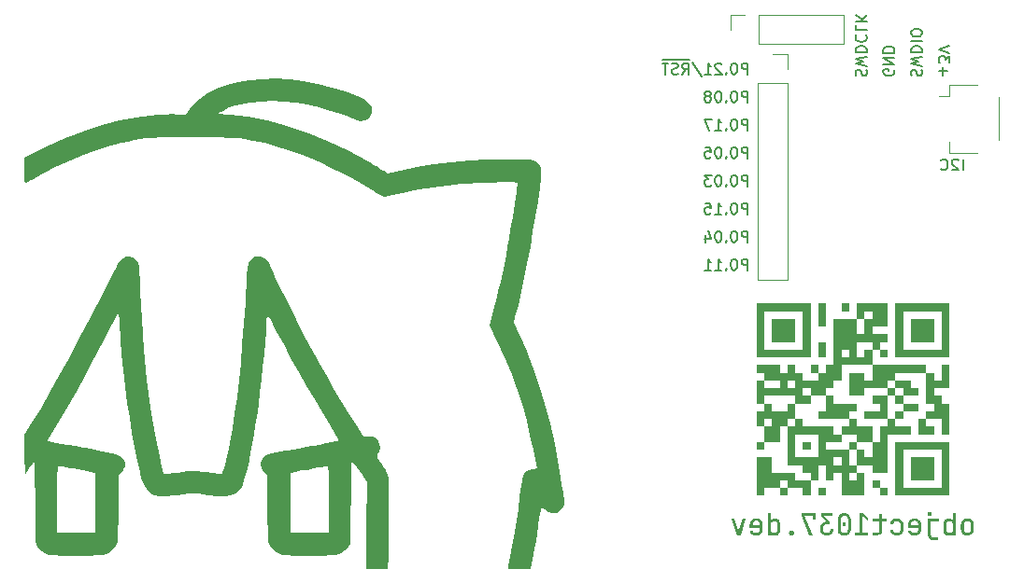
<source format=gbr>
%TF.GenerationSoftware,KiCad,Pcbnew,8.0.6*%
%TF.CreationDate,2025-06-16T01:38:39+09:00*%
%TF.ProjectId,card,63617264-2e6b-4696-9361-645f70636258,rev?*%
%TF.SameCoordinates,Original*%
%TF.FileFunction,Legend,Bot*%
%TF.FilePolarity,Positive*%
%FSLAX46Y46*%
G04 Gerber Fmt 4.6, Leading zero omitted, Abs format (unit mm)*
G04 Created by KiCad (PCBNEW 8.0.6) date 2025-06-16 01:38:39*
%MOMM*%
%LPD*%
G01*
G04 APERTURE LIST*
%ADD10C,0.153000*%
%ADD11C,0.025000*%
%ADD12C,0.000000*%
%ADD13C,0.120000*%
G04 APERTURE END LIST*
D10*
X115756247Y-58394663D02*
X115756247Y-57394663D01*
X115756247Y-57394663D02*
X115375295Y-57394663D01*
X115375295Y-57394663D02*
X115280057Y-57442282D01*
X115280057Y-57442282D02*
X115232438Y-57489901D01*
X115232438Y-57489901D02*
X115184819Y-57585139D01*
X115184819Y-57585139D02*
X115184819Y-57727996D01*
X115184819Y-57727996D02*
X115232438Y-57823234D01*
X115232438Y-57823234D02*
X115280057Y-57870853D01*
X115280057Y-57870853D02*
X115375295Y-57918472D01*
X115375295Y-57918472D02*
X115756247Y-57918472D01*
X114565771Y-57394663D02*
X114470533Y-57394663D01*
X114470533Y-57394663D02*
X114375295Y-57442282D01*
X114375295Y-57442282D02*
X114327676Y-57489901D01*
X114327676Y-57489901D02*
X114280057Y-57585139D01*
X114280057Y-57585139D02*
X114232438Y-57775615D01*
X114232438Y-57775615D02*
X114232438Y-58013710D01*
X114232438Y-58013710D02*
X114280057Y-58204186D01*
X114280057Y-58204186D02*
X114327676Y-58299424D01*
X114327676Y-58299424D02*
X114375295Y-58347044D01*
X114375295Y-58347044D02*
X114470533Y-58394663D01*
X114470533Y-58394663D02*
X114565771Y-58394663D01*
X114565771Y-58394663D02*
X114661009Y-58347044D01*
X114661009Y-58347044D02*
X114708628Y-58299424D01*
X114708628Y-58299424D02*
X114756247Y-58204186D01*
X114756247Y-58204186D02*
X114803866Y-58013710D01*
X114803866Y-58013710D02*
X114803866Y-57775615D01*
X114803866Y-57775615D02*
X114756247Y-57585139D01*
X114756247Y-57585139D02*
X114708628Y-57489901D01*
X114708628Y-57489901D02*
X114661009Y-57442282D01*
X114661009Y-57442282D02*
X114565771Y-57394663D01*
X113803866Y-58299424D02*
X113756247Y-58347044D01*
X113756247Y-58347044D02*
X113803866Y-58394663D01*
X113803866Y-58394663D02*
X113851485Y-58347044D01*
X113851485Y-58347044D02*
X113803866Y-58299424D01*
X113803866Y-58299424D02*
X113803866Y-58394663D01*
X113137200Y-57394663D02*
X113041962Y-57394663D01*
X113041962Y-57394663D02*
X112946724Y-57442282D01*
X112946724Y-57442282D02*
X112899105Y-57489901D01*
X112899105Y-57489901D02*
X112851486Y-57585139D01*
X112851486Y-57585139D02*
X112803867Y-57775615D01*
X112803867Y-57775615D02*
X112803867Y-58013710D01*
X112803867Y-58013710D02*
X112851486Y-58204186D01*
X112851486Y-58204186D02*
X112899105Y-58299424D01*
X112899105Y-58299424D02*
X112946724Y-58347044D01*
X112946724Y-58347044D02*
X113041962Y-58394663D01*
X113041962Y-58394663D02*
X113137200Y-58394663D01*
X113137200Y-58394663D02*
X113232438Y-58347044D01*
X113232438Y-58347044D02*
X113280057Y-58299424D01*
X113280057Y-58299424D02*
X113327676Y-58204186D01*
X113327676Y-58204186D02*
X113375295Y-58013710D01*
X113375295Y-58013710D02*
X113375295Y-57775615D01*
X113375295Y-57775615D02*
X113327676Y-57585139D01*
X113327676Y-57585139D02*
X113280057Y-57489901D01*
X113280057Y-57489901D02*
X113232438Y-57442282D01*
X113232438Y-57442282D02*
X113137200Y-57394663D01*
X112232438Y-57823234D02*
X112327676Y-57775615D01*
X112327676Y-57775615D02*
X112375295Y-57727996D01*
X112375295Y-57727996D02*
X112422914Y-57632758D01*
X112422914Y-57632758D02*
X112422914Y-57585139D01*
X112422914Y-57585139D02*
X112375295Y-57489901D01*
X112375295Y-57489901D02*
X112327676Y-57442282D01*
X112327676Y-57442282D02*
X112232438Y-57394663D01*
X112232438Y-57394663D02*
X112041962Y-57394663D01*
X112041962Y-57394663D02*
X111946724Y-57442282D01*
X111946724Y-57442282D02*
X111899105Y-57489901D01*
X111899105Y-57489901D02*
X111851486Y-57585139D01*
X111851486Y-57585139D02*
X111851486Y-57632758D01*
X111851486Y-57632758D02*
X111899105Y-57727996D01*
X111899105Y-57727996D02*
X111946724Y-57775615D01*
X111946724Y-57775615D02*
X112041962Y-57823234D01*
X112041962Y-57823234D02*
X112232438Y-57823234D01*
X112232438Y-57823234D02*
X112327676Y-57870853D01*
X112327676Y-57870853D02*
X112375295Y-57918472D01*
X112375295Y-57918472D02*
X112422914Y-58013710D01*
X112422914Y-58013710D02*
X112422914Y-58204186D01*
X112422914Y-58204186D02*
X112375295Y-58299424D01*
X112375295Y-58299424D02*
X112327676Y-58347044D01*
X112327676Y-58347044D02*
X112232438Y-58394663D01*
X112232438Y-58394663D02*
X112041962Y-58394663D01*
X112041962Y-58394663D02*
X111946724Y-58347044D01*
X111946724Y-58347044D02*
X111899105Y-58299424D01*
X111899105Y-58299424D02*
X111851486Y-58204186D01*
X111851486Y-58204186D02*
X111851486Y-58013710D01*
X111851486Y-58013710D02*
X111899105Y-57918472D01*
X111899105Y-57918472D02*
X111946724Y-57870853D01*
X111946724Y-57870853D02*
X112041962Y-57823234D01*
X130592956Y-56008866D02*
X130545336Y-55866009D01*
X130545336Y-55866009D02*
X130545336Y-55627914D01*
X130545336Y-55627914D02*
X130592956Y-55532676D01*
X130592956Y-55532676D02*
X130640575Y-55485057D01*
X130640575Y-55485057D02*
X130735813Y-55437438D01*
X130735813Y-55437438D02*
X130831051Y-55437438D01*
X130831051Y-55437438D02*
X130926289Y-55485057D01*
X130926289Y-55485057D02*
X130973908Y-55532676D01*
X130973908Y-55532676D02*
X131021527Y-55627914D01*
X131021527Y-55627914D02*
X131069146Y-55818390D01*
X131069146Y-55818390D02*
X131116765Y-55913628D01*
X131116765Y-55913628D02*
X131164384Y-55961247D01*
X131164384Y-55961247D02*
X131259622Y-56008866D01*
X131259622Y-56008866D02*
X131354860Y-56008866D01*
X131354860Y-56008866D02*
X131450098Y-55961247D01*
X131450098Y-55961247D02*
X131497717Y-55913628D01*
X131497717Y-55913628D02*
X131545336Y-55818390D01*
X131545336Y-55818390D02*
X131545336Y-55580295D01*
X131545336Y-55580295D02*
X131497717Y-55437438D01*
X131545336Y-55104104D02*
X130545336Y-54866009D01*
X130545336Y-54866009D02*
X131259622Y-54675533D01*
X131259622Y-54675533D02*
X130545336Y-54485057D01*
X130545336Y-54485057D02*
X131545336Y-54246962D01*
X130545336Y-53866009D02*
X131545336Y-53866009D01*
X131545336Y-53866009D02*
X131545336Y-53627914D01*
X131545336Y-53627914D02*
X131497717Y-53485057D01*
X131497717Y-53485057D02*
X131402479Y-53389819D01*
X131402479Y-53389819D02*
X131307241Y-53342200D01*
X131307241Y-53342200D02*
X131116765Y-53294581D01*
X131116765Y-53294581D02*
X130973908Y-53294581D01*
X130973908Y-53294581D02*
X130783432Y-53342200D01*
X130783432Y-53342200D02*
X130688194Y-53389819D01*
X130688194Y-53389819D02*
X130592956Y-53485057D01*
X130592956Y-53485057D02*
X130545336Y-53627914D01*
X130545336Y-53627914D02*
X130545336Y-53866009D01*
X130545336Y-52866009D02*
X131545336Y-52866009D01*
X131545336Y-52199343D02*
X131545336Y-52008867D01*
X131545336Y-52008867D02*
X131497717Y-51913629D01*
X131497717Y-51913629D02*
X131402479Y-51818391D01*
X131402479Y-51818391D02*
X131212003Y-51770772D01*
X131212003Y-51770772D02*
X130878670Y-51770772D01*
X130878670Y-51770772D02*
X130688194Y-51818391D01*
X130688194Y-51818391D02*
X130592956Y-51913629D01*
X130592956Y-51913629D02*
X130545336Y-52008867D01*
X130545336Y-52008867D02*
X130545336Y-52199343D01*
X130545336Y-52199343D02*
X130592956Y-52294581D01*
X130592956Y-52294581D02*
X130688194Y-52389819D01*
X130688194Y-52389819D02*
X130878670Y-52437438D01*
X130878670Y-52437438D02*
X131212003Y-52437438D01*
X131212003Y-52437438D02*
X131402479Y-52389819D01*
X131402479Y-52389819D02*
X131497717Y-52294581D01*
X131497717Y-52294581D02*
X131545336Y-52199343D01*
X115756247Y-55854663D02*
X115756247Y-54854663D01*
X115756247Y-54854663D02*
X115375295Y-54854663D01*
X115375295Y-54854663D02*
X115280057Y-54902282D01*
X115280057Y-54902282D02*
X115232438Y-54949901D01*
X115232438Y-54949901D02*
X115184819Y-55045139D01*
X115184819Y-55045139D02*
X115184819Y-55187996D01*
X115184819Y-55187996D02*
X115232438Y-55283234D01*
X115232438Y-55283234D02*
X115280057Y-55330853D01*
X115280057Y-55330853D02*
X115375295Y-55378472D01*
X115375295Y-55378472D02*
X115756247Y-55378472D01*
X114565771Y-54854663D02*
X114470533Y-54854663D01*
X114470533Y-54854663D02*
X114375295Y-54902282D01*
X114375295Y-54902282D02*
X114327676Y-54949901D01*
X114327676Y-54949901D02*
X114280057Y-55045139D01*
X114280057Y-55045139D02*
X114232438Y-55235615D01*
X114232438Y-55235615D02*
X114232438Y-55473710D01*
X114232438Y-55473710D02*
X114280057Y-55664186D01*
X114280057Y-55664186D02*
X114327676Y-55759424D01*
X114327676Y-55759424D02*
X114375295Y-55807044D01*
X114375295Y-55807044D02*
X114470533Y-55854663D01*
X114470533Y-55854663D02*
X114565771Y-55854663D01*
X114565771Y-55854663D02*
X114661009Y-55807044D01*
X114661009Y-55807044D02*
X114708628Y-55759424D01*
X114708628Y-55759424D02*
X114756247Y-55664186D01*
X114756247Y-55664186D02*
X114803866Y-55473710D01*
X114803866Y-55473710D02*
X114803866Y-55235615D01*
X114803866Y-55235615D02*
X114756247Y-55045139D01*
X114756247Y-55045139D02*
X114708628Y-54949901D01*
X114708628Y-54949901D02*
X114661009Y-54902282D01*
X114661009Y-54902282D02*
X114565771Y-54854663D01*
X113803866Y-55759424D02*
X113756247Y-55807044D01*
X113756247Y-55807044D02*
X113803866Y-55854663D01*
X113803866Y-55854663D02*
X113851485Y-55807044D01*
X113851485Y-55807044D02*
X113803866Y-55759424D01*
X113803866Y-55759424D02*
X113803866Y-55854663D01*
X113375295Y-54949901D02*
X113327676Y-54902282D01*
X113327676Y-54902282D02*
X113232438Y-54854663D01*
X113232438Y-54854663D02*
X112994343Y-54854663D01*
X112994343Y-54854663D02*
X112899105Y-54902282D01*
X112899105Y-54902282D02*
X112851486Y-54949901D01*
X112851486Y-54949901D02*
X112803867Y-55045139D01*
X112803867Y-55045139D02*
X112803867Y-55140377D01*
X112803867Y-55140377D02*
X112851486Y-55283234D01*
X112851486Y-55283234D02*
X113422914Y-55854663D01*
X113422914Y-55854663D02*
X112803867Y-55854663D01*
X111851486Y-55854663D02*
X112422914Y-55854663D01*
X112137200Y-55854663D02*
X112137200Y-54854663D01*
X112137200Y-54854663D02*
X112232438Y-54997520D01*
X112232438Y-54997520D02*
X112327676Y-55092758D01*
X112327676Y-55092758D02*
X112422914Y-55140377D01*
X110708629Y-54807044D02*
X111565771Y-56092758D01*
X109803867Y-55854663D02*
X110137200Y-55378472D01*
X110375295Y-55854663D02*
X110375295Y-54854663D01*
X110375295Y-54854663D02*
X109994343Y-54854663D01*
X109994343Y-54854663D02*
X109899105Y-54902282D01*
X109899105Y-54902282D02*
X109851486Y-54949901D01*
X109851486Y-54949901D02*
X109803867Y-55045139D01*
X109803867Y-55045139D02*
X109803867Y-55187996D01*
X109803867Y-55187996D02*
X109851486Y-55283234D01*
X109851486Y-55283234D02*
X109899105Y-55330853D01*
X109899105Y-55330853D02*
X109994343Y-55378472D01*
X109994343Y-55378472D02*
X110375295Y-55378472D01*
X109422914Y-55807044D02*
X109280057Y-55854663D01*
X109280057Y-55854663D02*
X109041962Y-55854663D01*
X109041962Y-55854663D02*
X108946724Y-55807044D01*
X108946724Y-55807044D02*
X108899105Y-55759424D01*
X108899105Y-55759424D02*
X108851486Y-55664186D01*
X108851486Y-55664186D02*
X108851486Y-55568948D01*
X108851486Y-55568948D02*
X108899105Y-55473710D01*
X108899105Y-55473710D02*
X108946724Y-55426091D01*
X108946724Y-55426091D02*
X109041962Y-55378472D01*
X109041962Y-55378472D02*
X109232438Y-55330853D01*
X109232438Y-55330853D02*
X109327676Y-55283234D01*
X109327676Y-55283234D02*
X109375295Y-55235615D01*
X109375295Y-55235615D02*
X109422914Y-55140377D01*
X109422914Y-55140377D02*
X109422914Y-55045139D01*
X109422914Y-55045139D02*
X109375295Y-54949901D01*
X109375295Y-54949901D02*
X109327676Y-54902282D01*
X109327676Y-54902282D02*
X109232438Y-54854663D01*
X109232438Y-54854663D02*
X108994343Y-54854663D01*
X108994343Y-54854663D02*
X108851486Y-54902282D01*
X108565771Y-54854663D02*
X107994343Y-54854663D01*
X108280057Y-55854663D02*
X108280057Y-54854663D01*
X110513391Y-54577044D02*
X107999105Y-54577044D01*
D11*
G36*
X135725494Y-96176254D02*
G01*
X135832283Y-96192337D01*
X135928458Y-96223432D01*
X136014018Y-96269538D01*
X136088963Y-96330656D01*
X136142899Y-96393832D01*
X136191721Y-96478548D01*
X136225354Y-96575122D01*
X136242093Y-96667338D01*
X136247672Y-96768266D01*
X136247672Y-97108887D01*
X136243797Y-97193598D01*
X136228918Y-97287266D01*
X136197456Y-97385534D01*
X136150804Y-97471945D01*
X136088963Y-97546497D01*
X136036514Y-97591684D01*
X135953987Y-97642079D01*
X135860845Y-97677463D01*
X135757089Y-97697835D01*
X135659706Y-97703349D01*
X135593926Y-97700899D01*
X135487184Y-97684815D01*
X135391102Y-97653720D01*
X135305678Y-97607614D01*
X135230914Y-97546497D01*
X135176820Y-97483321D01*
X135127855Y-97398605D01*
X135094124Y-97302031D01*
X135077337Y-97209815D01*
X135071741Y-97108887D01*
X135071741Y-96768266D01*
X135072848Y-96744135D01*
X135336256Y-96744135D01*
X135336256Y-97133018D01*
X135341679Y-97210429D01*
X135366849Y-97300673D01*
X135423035Y-97383147D01*
X135476841Y-97424199D01*
X135564113Y-97458035D01*
X135659706Y-97468070D01*
X135722264Y-97464007D01*
X135815453Y-97438132D01*
X135896378Y-97383147D01*
X135942140Y-97322031D01*
X135974683Y-97228232D01*
X135983157Y-97133018D01*
X135983157Y-96744135D01*
X135977733Y-96666752D01*
X135952564Y-96576643D01*
X135896378Y-96494469D01*
X135842572Y-96453193D01*
X135755299Y-96419172D01*
X135659706Y-96409082D01*
X135597149Y-96413168D01*
X135503959Y-96439185D01*
X135423035Y-96494469D01*
X135377272Y-96555341D01*
X135344730Y-96648966D01*
X135336256Y-96744135D01*
X135072848Y-96744135D01*
X135075627Y-96683554D01*
X135090549Y-96589886D01*
X135122104Y-96491618D01*
X135168892Y-96405208D01*
X135230914Y-96330656D01*
X135283229Y-96285469D01*
X135365607Y-96235074D01*
X135458645Y-96199690D01*
X135562340Y-96179317D01*
X135659706Y-96173803D01*
X135725494Y-96176254D01*
G37*
G36*
X134631810Y-97688500D02*
G01*
X134370080Y-97688500D01*
X134370080Y-97400781D01*
X134352851Y-97471406D01*
X134307649Y-97562007D01*
X134239214Y-97634204D01*
X134158606Y-97682026D01*
X134064180Y-97709997D01*
X133966346Y-97718199D01*
X133862339Y-97708802D01*
X133769352Y-97680610D01*
X133687387Y-97633624D01*
X133616444Y-97567844D01*
X133585664Y-97528580D01*
X133536415Y-97440002D01*
X133506789Y-97351504D01*
X133489732Y-97252748D01*
X133485115Y-97159934D01*
X133485115Y-96735781D01*
X133749630Y-96735781D01*
X133749630Y-97156221D01*
X133754734Y-97236765D01*
X133778423Y-97327906D01*
X133831304Y-97406350D01*
X133876202Y-97439850D01*
X133966482Y-97473872D01*
X134059623Y-97482920D01*
X134110802Y-97479788D01*
X134207474Y-97451509D01*
X134284692Y-97393821D01*
X134328253Y-97331018D01*
X134359229Y-97236872D01*
X134367295Y-97142763D01*
X134367295Y-96749239D01*
X134362133Y-96672814D01*
X134338175Y-96582600D01*
X134284692Y-96498182D01*
X134245530Y-96463464D01*
X134157837Y-96421612D01*
X134059623Y-96409082D01*
X134006915Y-96411790D01*
X133915205Y-96433456D01*
X133831304Y-96486116D01*
X133788234Y-96543399D01*
X133757606Y-96637023D01*
X133749630Y-96735781D01*
X133485115Y-96735781D01*
X133485115Y-96732069D01*
X133485628Y-96700293D01*
X133495503Y-96595674D01*
X133517947Y-96501314D01*
X133558987Y-96406037D01*
X133616444Y-96324159D01*
X133687387Y-96258378D01*
X133769352Y-96211392D01*
X133862339Y-96183200D01*
X133966346Y-96173803D01*
X134064316Y-96182414D01*
X134159206Y-96211775D01*
X134240607Y-96261975D01*
X134299938Y-96323227D01*
X134346149Y-96405470D01*
X134372400Y-96503287D01*
X134367295Y-96156633D01*
X134367295Y-95728304D01*
X134631810Y-95728304D01*
X134631810Y-97688500D01*
G37*
G36*
X133037295Y-98163698D02*
G01*
X133037295Y-97928419D01*
X132692498Y-97928419D01*
X132592413Y-97918001D01*
X132502367Y-97882870D01*
X132447937Y-97840248D01*
X132391751Y-97757497D01*
X132365310Y-97660718D01*
X132361158Y-97595223D01*
X132361158Y-96438782D01*
X133050753Y-96438782D01*
X133050753Y-96203503D01*
X132096643Y-96203503D01*
X132096643Y-97594295D01*
X132102288Y-97688344D01*
X132123142Y-97788582D01*
X132159364Y-97878605D01*
X132210952Y-97958414D01*
X132257208Y-98009166D01*
X132332515Y-98069379D01*
X132418348Y-98114803D01*
X132514706Y-98145438D01*
X132621591Y-98161284D01*
X132687393Y-98163698D01*
X133037295Y-98163698D01*
G37*
G36*
X132251639Y-95936204D02*
G01*
X132346398Y-95919516D01*
X132395962Y-95888869D01*
X132444118Y-95807992D01*
X132449330Y-95760788D01*
X132428483Y-95669753D01*
X132395962Y-95628531D01*
X132309730Y-95585562D01*
X132251639Y-95579804D01*
X132156881Y-95596982D01*
X132107316Y-95628531D01*
X132059161Y-95711781D01*
X132053949Y-95760788D01*
X132076933Y-95852379D01*
X132107316Y-95888869D01*
X132193549Y-95930610D01*
X132251639Y-95936204D01*
G37*
G36*
X130940688Y-96176305D02*
G01*
X131045897Y-96192721D01*
X131141291Y-96224460D01*
X131226870Y-96271521D01*
X131302634Y-96333904D01*
X131357516Y-96397863D01*
X131407194Y-96482833D01*
X131441417Y-96578950D01*
X131458450Y-96670209D01*
X131464127Y-96769658D01*
X131464127Y-97122345D01*
X131460184Y-97205799D01*
X131445044Y-97298466D01*
X131413030Y-97396268D01*
X131365559Y-97482967D01*
X131302634Y-97558562D01*
X131249518Y-97604552D01*
X131166744Y-97655841D01*
X131074154Y-97691853D01*
X130971749Y-97712587D01*
X130876161Y-97718199D01*
X130861703Y-97718092D01*
X130764584Y-97711326D01*
X130662345Y-97690704D01*
X130569446Y-97656334D01*
X130485886Y-97608217D01*
X130439785Y-97571810D01*
X130372965Y-97496742D01*
X130326921Y-97409414D01*
X130301653Y-97309825D01*
X130566168Y-97309825D01*
X130592854Y-97374451D01*
X130665013Y-97437442D01*
X130686484Y-97448101D01*
X130779525Y-97475415D01*
X130876161Y-97482920D01*
X130939690Y-97478790D01*
X131034337Y-97452491D01*
X131116545Y-97396605D01*
X131159167Y-97342579D01*
X131194298Y-97254327D01*
X131204717Y-97157149D01*
X131204717Y-97035101D01*
X130288196Y-97035101D01*
X130288196Y-96759913D01*
X130288326Y-96753416D01*
X130547606Y-96753416D01*
X130547606Y-96827202D01*
X131204717Y-96827202D01*
X131204717Y-96753416D01*
X131197963Y-96659415D01*
X131171362Y-96562172D01*
X131119330Y-96478227D01*
X131065573Y-96431567D01*
X130976081Y-96393108D01*
X130876161Y-96381703D01*
X130801796Y-96387735D01*
X130707214Y-96419408D01*
X130632993Y-96478227D01*
X130580960Y-96562172D01*
X130554360Y-96659415D01*
X130547606Y-96753416D01*
X130288326Y-96753416D01*
X130288844Y-96727489D01*
X130298572Y-96634768D01*
X130323071Y-96539754D01*
X130361981Y-96453168D01*
X130413563Y-96376263D01*
X130483598Y-96304962D01*
X130567561Y-96247589D01*
X130592746Y-96234403D01*
X130682296Y-96199815D01*
X130780456Y-96179640D01*
X130876161Y-96173803D01*
X130940688Y-96176305D01*
G37*
G36*
X129260300Y-97718199D02*
G01*
X129357812Y-97712816D01*
X129462051Y-97692925D01*
X129556030Y-97658379D01*
X129639750Y-97609177D01*
X129693269Y-97565059D01*
X129756737Y-97492553D01*
X129804616Y-97409033D01*
X129836907Y-97314499D01*
X129853609Y-97208950D01*
X129856154Y-97143691D01*
X129856154Y-96745527D01*
X129850428Y-96649934D01*
X129829272Y-96548389D01*
X129792527Y-96457591D01*
X129740194Y-96377541D01*
X129693269Y-96326943D01*
X129616877Y-96267272D01*
X129530226Y-96222258D01*
X129433315Y-96191899D01*
X129326146Y-96176196D01*
X129260300Y-96173803D01*
X129166561Y-96178714D01*
X129066148Y-96196856D01*
X128975373Y-96228367D01*
X128883431Y-96280747D01*
X128842180Y-96313486D01*
X128772020Y-96389679D01*
X128720712Y-96478575D01*
X128691283Y-96566781D01*
X128676287Y-96664713D01*
X128674654Y-96694480D01*
X128936849Y-96694480D01*
X128953925Y-96601117D01*
X129002055Y-96513967D01*
X129031981Y-96483796D01*
X129111527Y-96435422D01*
X129209148Y-96411709D01*
X129260300Y-96409082D01*
X129357543Y-96419556D01*
X129446740Y-96454872D01*
X129502076Y-96497718D01*
X129556654Y-96573962D01*
X129586042Y-96670436D01*
X129591639Y-96745991D01*
X129591639Y-97146012D01*
X129582893Y-97240428D01*
X129549306Y-97334227D01*
X129502076Y-97396141D01*
X129418965Y-97452327D01*
X129323895Y-97478768D01*
X129260300Y-97482920D01*
X129160345Y-97472609D01*
X129070766Y-97438168D01*
X129030589Y-97409599D01*
X128970392Y-97333451D01*
X128941217Y-97241268D01*
X128936849Y-97200307D01*
X128674654Y-97200307D01*
X128685526Y-97300453D01*
X128710831Y-97390962D01*
X128757426Y-97482599D01*
X128822873Y-97561649D01*
X128842180Y-97579445D01*
X128927829Y-97640150D01*
X129013097Y-97679039D01*
X129108002Y-97704649D01*
X129212545Y-97716980D01*
X129260300Y-97718199D01*
G37*
G36*
X127540024Y-97688500D02*
G01*
X127640547Y-97679690D01*
X127737601Y-97649236D01*
X127819247Y-97597029D01*
X127840736Y-97577125D01*
X127899224Y-97500355D01*
X127936050Y-97409265D01*
X127950672Y-97315040D01*
X127951646Y-97281054D01*
X127951646Y-96438782D01*
X128371622Y-96438782D01*
X128371622Y-96203503D01*
X127951646Y-96203503D01*
X127951646Y-95787704D01*
X127687131Y-95787704D01*
X127687131Y-96203503D01*
X127091277Y-96203503D01*
X127091277Y-96438782D01*
X127687131Y-96438782D01*
X127687131Y-97286158D01*
X127665795Y-97378321D01*
X127645830Y-97406814D01*
X127563860Y-97451000D01*
X127534919Y-97453220D01*
X127104270Y-97453220D01*
X127104270Y-97688500D01*
X127540024Y-97688500D01*
G37*
G36*
X126656451Y-97688500D02*
G01*
X126656451Y-97453220D01*
X126135310Y-97453220D01*
X126135310Y-95985858D01*
X126659235Y-96374742D01*
X126659235Y-96076350D01*
X126215593Y-95728304D01*
X125870795Y-95728304D01*
X125870795Y-97453220D01*
X125442930Y-97453220D01*
X125442930Y-97688500D01*
X126656451Y-97688500D01*
G37*
G36*
X124529323Y-96532156D02*
G01*
X124616901Y-96571040D01*
X124640149Y-96600279D01*
X124660987Y-96690767D01*
X124658232Y-96728008D01*
X124616901Y-96813280D01*
X124589680Y-96834366D01*
X124498101Y-96856901D01*
X124462572Y-96854175D01*
X124377909Y-96813280D01*
X124353927Y-96782572D01*
X124332431Y-96690767D01*
X124335274Y-96653701D01*
X124377909Y-96571040D01*
X124405803Y-96551299D01*
X124498101Y-96530202D01*
X124529323Y-96532156D01*
G37*
G36*
X124581299Y-95702456D02*
G01*
X124673749Y-95717248D01*
X124771421Y-95748527D01*
X124858123Y-95794906D01*
X124933855Y-95856385D01*
X124979978Y-95908209D01*
X125031417Y-95989708D01*
X125067533Y-96081645D01*
X125088328Y-96184018D01*
X125093956Y-96280073D01*
X125093956Y-97136730D01*
X125091455Y-97201627D01*
X125075038Y-97307029D01*
X125043299Y-97402039D01*
X124996238Y-97486657D01*
X124933855Y-97560883D01*
X124880880Y-97606203D01*
X124797312Y-97656748D01*
X124702775Y-97692236D01*
X124597267Y-97712669D01*
X124498101Y-97718199D01*
X124464417Y-97717563D01*
X124368454Y-97708019D01*
X124270784Y-97683982D01*
X124182540Y-97645806D01*
X124104900Y-97594650D01*
X124033105Y-97525398D01*
X123975568Y-97442547D01*
X123962465Y-97417622D01*
X123928095Y-97328943D01*
X123908046Y-97231653D01*
X123902247Y-97136730D01*
X123902247Y-96283786D01*
X124156088Y-96283786D01*
X124156088Y-97133018D01*
X124163503Y-97215652D01*
X124192705Y-97304286D01*
X124249829Y-97385467D01*
X124307179Y-97432576D01*
X124398834Y-97471405D01*
X124498101Y-97482920D01*
X124571771Y-97476829D01*
X124667919Y-97444853D01*
X124746838Y-97385467D01*
X124791928Y-97326098D01*
X124829093Y-97232779D01*
X124840115Y-97133018D01*
X124840115Y-96283786D01*
X124832736Y-96201152D01*
X124803679Y-96112518D01*
X124746838Y-96031336D01*
X124689264Y-95984228D01*
X124597423Y-95945399D01*
X124498101Y-95933883D01*
X124424461Y-95939974D01*
X124328465Y-95971951D01*
X124249829Y-96031336D01*
X124204515Y-96090705D01*
X124167165Y-96184025D01*
X124156088Y-96283786D01*
X123902247Y-96283786D01*
X123902247Y-96280073D01*
X123904755Y-96215184D01*
X123921220Y-96109829D01*
X123953050Y-96014911D01*
X124000248Y-95930430D01*
X124062812Y-95856385D01*
X124115653Y-95810931D01*
X124199072Y-95760237D01*
X124293505Y-95724644D01*
X124398952Y-95704151D01*
X124498101Y-95698604D01*
X124581299Y-95702456D01*
G37*
G36*
X122930502Y-97718199D02*
G01*
X123029668Y-97712865D01*
X123135175Y-97693155D01*
X123229713Y-97658923D01*
X123313281Y-97610168D01*
X123366256Y-97566451D01*
X123428639Y-97494662D01*
X123475700Y-97412481D01*
X123507439Y-97319907D01*
X123523855Y-97216941D01*
X123526357Y-97153437D01*
X123261842Y-97153437D01*
X123251259Y-97251517D01*
X123215573Y-97340628D01*
X123172278Y-97395213D01*
X123095904Y-97448660D01*
X123001126Y-97477439D01*
X122927718Y-97482920D01*
X122830310Y-97472556D01*
X122740558Y-97437610D01*
X122684549Y-97395213D01*
X122629123Y-97320100D01*
X122599278Y-97226323D01*
X122593593Y-97153437D01*
X122593593Y-97015610D01*
X122604177Y-96917201D01*
X122639862Y-96826981D01*
X122683157Y-96771050D01*
X122759532Y-96715907D01*
X122854309Y-96686214D01*
X122927718Y-96680558D01*
X123146755Y-96680558D01*
X123146755Y-96460129D01*
X122676196Y-95963583D01*
X123467421Y-95963583D01*
X123467421Y-95728304D01*
X122379661Y-95728304D01*
X122379661Y-95975185D01*
X122844651Y-96454096D01*
X122745431Y-96469564D01*
X122655671Y-96497290D01*
X122564671Y-96543986D01*
X122486027Y-96606693D01*
X122468297Y-96624871D01*
X122407389Y-96705356D01*
X122363883Y-96797386D01*
X122340091Y-96887380D01*
X122329622Y-96986213D01*
X122329078Y-97016075D01*
X122329078Y-97153437D01*
X122334772Y-97247420D01*
X122355808Y-97347417D01*
X122392343Y-97437022D01*
X122444378Y-97516234D01*
X122491036Y-97566451D01*
X122567263Y-97625580D01*
X122654637Y-97670185D01*
X122753159Y-97700268D01*
X122846479Y-97714495D01*
X122930502Y-97718199D01*
G37*
G36*
X121624633Y-97688500D02*
G01*
X120924364Y-95963583D01*
X121637627Y-95963583D01*
X121637627Y-96281001D01*
X121902606Y-96281001D01*
X121902606Y-95728304D01*
X120640823Y-95728304D01*
X120640823Y-95971936D01*
X121335987Y-97688500D01*
X121624633Y-97688500D01*
G37*
G36*
X119714556Y-97718199D02*
G01*
X119806557Y-97703001D01*
X119879298Y-97657407D01*
X119929955Y-97577629D01*
X119941946Y-97500555D01*
X119924265Y-97404037D01*
X119879298Y-97336277D01*
X119796110Y-97284869D01*
X119714556Y-97272700D01*
X119622672Y-97288595D01*
X119550279Y-97336277D01*
X119499246Y-97419547D01*
X119487166Y-97500555D01*
X119504978Y-97592434D01*
X119550279Y-97657407D01*
X119633092Y-97706563D01*
X119714556Y-97718199D01*
G37*
G36*
X117817937Y-96156633D02*
G01*
X117812833Y-96503287D01*
X117835918Y-96413719D01*
X117880469Y-96330060D01*
X117945090Y-96261975D01*
X118025898Y-96211775D01*
X118119646Y-96182414D01*
X118216102Y-96173803D01*
X118321357Y-96183200D01*
X118415300Y-96211392D01*
X118497932Y-96258378D01*
X118569253Y-96324159D01*
X118599924Y-96363423D01*
X118648999Y-96452001D01*
X118678520Y-96540498D01*
X118695517Y-96639255D01*
X118700118Y-96732069D01*
X118700118Y-97159934D01*
X118699607Y-97191709D01*
X118689766Y-97296328D01*
X118667402Y-97390688D01*
X118626506Y-97485966D01*
X118569253Y-97567844D01*
X118560956Y-97577094D01*
X118488222Y-97640525D01*
X118404176Y-97685162D01*
X118308819Y-97711005D01*
X118216102Y-97718199D01*
X118119782Y-97709997D01*
X118026497Y-97682026D01*
X117946482Y-97634204D01*
X117892754Y-97581781D01*
X117841559Y-97495781D01*
X117815153Y-97400781D01*
X117815153Y-97688500D01*
X117553422Y-97688500D01*
X117553422Y-96749239D01*
X117817937Y-96749239D01*
X117817937Y-97142763D01*
X117823129Y-97219188D01*
X117847222Y-97309403D01*
X117901004Y-97393821D01*
X117939986Y-97428538D01*
X118027461Y-97470391D01*
X118125610Y-97482920D01*
X118178317Y-97480228D01*
X118270027Y-97458693D01*
X118353928Y-97406350D01*
X118396999Y-97348823D01*
X118427627Y-97255024D01*
X118435603Y-97156221D01*
X118435603Y-96735781D01*
X118430498Y-96655267D01*
X118406810Y-96564260D01*
X118353928Y-96486116D01*
X118309030Y-96452414D01*
X118218750Y-96418185D01*
X118125610Y-96409082D01*
X118074447Y-96412215D01*
X117977923Y-96440493D01*
X117901004Y-96498182D01*
X117857200Y-96560984D01*
X117826049Y-96655131D01*
X117817937Y-96749239D01*
X117553422Y-96749239D01*
X117553422Y-95728304D01*
X117817937Y-95728304D01*
X117817937Y-96156633D01*
G37*
G36*
X116590053Y-96176305D02*
G01*
X116695262Y-96192721D01*
X116790656Y-96224460D01*
X116876235Y-96271521D01*
X116951999Y-96333904D01*
X117006881Y-96397863D01*
X117056559Y-96482833D01*
X117090782Y-96578950D01*
X117107815Y-96670209D01*
X117113492Y-96769658D01*
X117113492Y-97122345D01*
X117109549Y-97205799D01*
X117094409Y-97298466D01*
X117062395Y-97396268D01*
X117014924Y-97482967D01*
X116951999Y-97558562D01*
X116898883Y-97604552D01*
X116816109Y-97655841D01*
X116723519Y-97691853D01*
X116621114Y-97712587D01*
X116525526Y-97718199D01*
X116511068Y-97718092D01*
X116413949Y-97711326D01*
X116311710Y-97690704D01*
X116218811Y-97656334D01*
X116135251Y-97608217D01*
X116089150Y-97571810D01*
X116022330Y-97496742D01*
X115976286Y-97409414D01*
X115951018Y-97309825D01*
X116215533Y-97309825D01*
X116242219Y-97374451D01*
X116314378Y-97437442D01*
X116335848Y-97448101D01*
X116428890Y-97475415D01*
X116525526Y-97482920D01*
X116589055Y-97478790D01*
X116683701Y-97452491D01*
X116765910Y-97396605D01*
X116808532Y-97342579D01*
X116843663Y-97254327D01*
X116854082Y-97157149D01*
X116854082Y-97035101D01*
X115937561Y-97035101D01*
X115937561Y-96759913D01*
X115937691Y-96753416D01*
X116196971Y-96753416D01*
X116196971Y-96827202D01*
X116854082Y-96827202D01*
X116854082Y-96753416D01*
X116847328Y-96659415D01*
X116820727Y-96562172D01*
X116768695Y-96478227D01*
X116714938Y-96431567D01*
X116625446Y-96393108D01*
X116525526Y-96381703D01*
X116451161Y-96387735D01*
X116356579Y-96419408D01*
X116282358Y-96478227D01*
X116230325Y-96562172D01*
X116203725Y-96659415D01*
X116196971Y-96753416D01*
X115937691Y-96753416D01*
X115938209Y-96727489D01*
X115947937Y-96634768D01*
X115972436Y-96539754D01*
X116011346Y-96453168D01*
X116062928Y-96376263D01*
X116132963Y-96304962D01*
X116216926Y-96247589D01*
X116242111Y-96234403D01*
X116331661Y-96199815D01*
X116429820Y-96179640D01*
X116525526Y-96173803D01*
X116590053Y-96176305D01*
G37*
G36*
X115102250Y-97688500D02*
G01*
X115599260Y-96203503D01*
X115318503Y-96203503D01*
X115005725Y-97180816D01*
X114979061Y-97271479D01*
X114957927Y-97349735D01*
X114935231Y-97439755D01*
X114925443Y-97481064D01*
X114904995Y-97388919D01*
X114896207Y-97349735D01*
X114872681Y-97255632D01*
X114850729Y-97180816D01*
X114540736Y-96203503D01*
X114259979Y-96203503D01*
X114759773Y-97688500D01*
X115102250Y-97688500D01*
G37*
D10*
X135261247Y-64569663D02*
X135261247Y-63569663D01*
X134832676Y-63664901D02*
X134785057Y-63617282D01*
X134785057Y-63617282D02*
X134689819Y-63569663D01*
X134689819Y-63569663D02*
X134451724Y-63569663D01*
X134451724Y-63569663D02*
X134356486Y-63617282D01*
X134356486Y-63617282D02*
X134308867Y-63664901D01*
X134308867Y-63664901D02*
X134261248Y-63760139D01*
X134261248Y-63760139D02*
X134261248Y-63855377D01*
X134261248Y-63855377D02*
X134308867Y-63998234D01*
X134308867Y-63998234D02*
X134880295Y-64569663D01*
X134880295Y-64569663D02*
X134261248Y-64569663D01*
X133261248Y-64474424D02*
X133308867Y-64522044D01*
X133308867Y-64522044D02*
X133451724Y-64569663D01*
X133451724Y-64569663D02*
X133546962Y-64569663D01*
X133546962Y-64569663D02*
X133689819Y-64522044D01*
X133689819Y-64522044D02*
X133785057Y-64426805D01*
X133785057Y-64426805D02*
X133832676Y-64331567D01*
X133832676Y-64331567D02*
X133880295Y-64141091D01*
X133880295Y-64141091D02*
X133880295Y-63998234D01*
X133880295Y-63998234D02*
X133832676Y-63807758D01*
X133832676Y-63807758D02*
X133785057Y-63712520D01*
X133785057Y-63712520D02*
X133689819Y-63617282D01*
X133689819Y-63617282D02*
X133546962Y-63569663D01*
X133546962Y-63569663D02*
X133451724Y-63569663D01*
X133451724Y-63569663D02*
X133308867Y-63617282D01*
X133308867Y-63617282D02*
X133261248Y-63664901D01*
X115756247Y-60934663D02*
X115756247Y-59934663D01*
X115756247Y-59934663D02*
X115375295Y-59934663D01*
X115375295Y-59934663D02*
X115280057Y-59982282D01*
X115280057Y-59982282D02*
X115232438Y-60029901D01*
X115232438Y-60029901D02*
X115184819Y-60125139D01*
X115184819Y-60125139D02*
X115184819Y-60267996D01*
X115184819Y-60267996D02*
X115232438Y-60363234D01*
X115232438Y-60363234D02*
X115280057Y-60410853D01*
X115280057Y-60410853D02*
X115375295Y-60458472D01*
X115375295Y-60458472D02*
X115756247Y-60458472D01*
X114565771Y-59934663D02*
X114470533Y-59934663D01*
X114470533Y-59934663D02*
X114375295Y-59982282D01*
X114375295Y-59982282D02*
X114327676Y-60029901D01*
X114327676Y-60029901D02*
X114280057Y-60125139D01*
X114280057Y-60125139D02*
X114232438Y-60315615D01*
X114232438Y-60315615D02*
X114232438Y-60553710D01*
X114232438Y-60553710D02*
X114280057Y-60744186D01*
X114280057Y-60744186D02*
X114327676Y-60839424D01*
X114327676Y-60839424D02*
X114375295Y-60887044D01*
X114375295Y-60887044D02*
X114470533Y-60934663D01*
X114470533Y-60934663D02*
X114565771Y-60934663D01*
X114565771Y-60934663D02*
X114661009Y-60887044D01*
X114661009Y-60887044D02*
X114708628Y-60839424D01*
X114708628Y-60839424D02*
X114756247Y-60744186D01*
X114756247Y-60744186D02*
X114803866Y-60553710D01*
X114803866Y-60553710D02*
X114803866Y-60315615D01*
X114803866Y-60315615D02*
X114756247Y-60125139D01*
X114756247Y-60125139D02*
X114708628Y-60029901D01*
X114708628Y-60029901D02*
X114661009Y-59982282D01*
X114661009Y-59982282D02*
X114565771Y-59934663D01*
X113803866Y-60839424D02*
X113756247Y-60887044D01*
X113756247Y-60887044D02*
X113803866Y-60934663D01*
X113803866Y-60934663D02*
X113851485Y-60887044D01*
X113851485Y-60887044D02*
X113803866Y-60839424D01*
X113803866Y-60839424D02*
X113803866Y-60934663D01*
X112803867Y-60934663D02*
X113375295Y-60934663D01*
X113089581Y-60934663D02*
X113089581Y-59934663D01*
X113089581Y-59934663D02*
X113184819Y-60077520D01*
X113184819Y-60077520D02*
X113280057Y-60172758D01*
X113280057Y-60172758D02*
X113375295Y-60220377D01*
X112470533Y-59934663D02*
X111803867Y-59934663D01*
X111803867Y-59934663D02*
X112232438Y-60934663D01*
X115756247Y-66014663D02*
X115756247Y-65014663D01*
X115756247Y-65014663D02*
X115375295Y-65014663D01*
X115375295Y-65014663D02*
X115280057Y-65062282D01*
X115280057Y-65062282D02*
X115232438Y-65109901D01*
X115232438Y-65109901D02*
X115184819Y-65205139D01*
X115184819Y-65205139D02*
X115184819Y-65347996D01*
X115184819Y-65347996D02*
X115232438Y-65443234D01*
X115232438Y-65443234D02*
X115280057Y-65490853D01*
X115280057Y-65490853D02*
X115375295Y-65538472D01*
X115375295Y-65538472D02*
X115756247Y-65538472D01*
X114565771Y-65014663D02*
X114470533Y-65014663D01*
X114470533Y-65014663D02*
X114375295Y-65062282D01*
X114375295Y-65062282D02*
X114327676Y-65109901D01*
X114327676Y-65109901D02*
X114280057Y-65205139D01*
X114280057Y-65205139D02*
X114232438Y-65395615D01*
X114232438Y-65395615D02*
X114232438Y-65633710D01*
X114232438Y-65633710D02*
X114280057Y-65824186D01*
X114280057Y-65824186D02*
X114327676Y-65919424D01*
X114327676Y-65919424D02*
X114375295Y-65967044D01*
X114375295Y-65967044D02*
X114470533Y-66014663D01*
X114470533Y-66014663D02*
X114565771Y-66014663D01*
X114565771Y-66014663D02*
X114661009Y-65967044D01*
X114661009Y-65967044D02*
X114708628Y-65919424D01*
X114708628Y-65919424D02*
X114756247Y-65824186D01*
X114756247Y-65824186D02*
X114803866Y-65633710D01*
X114803866Y-65633710D02*
X114803866Y-65395615D01*
X114803866Y-65395615D02*
X114756247Y-65205139D01*
X114756247Y-65205139D02*
X114708628Y-65109901D01*
X114708628Y-65109901D02*
X114661009Y-65062282D01*
X114661009Y-65062282D02*
X114565771Y-65014663D01*
X113803866Y-65919424D02*
X113756247Y-65967044D01*
X113756247Y-65967044D02*
X113803866Y-66014663D01*
X113803866Y-66014663D02*
X113851485Y-65967044D01*
X113851485Y-65967044D02*
X113803866Y-65919424D01*
X113803866Y-65919424D02*
X113803866Y-66014663D01*
X113137200Y-65014663D02*
X113041962Y-65014663D01*
X113041962Y-65014663D02*
X112946724Y-65062282D01*
X112946724Y-65062282D02*
X112899105Y-65109901D01*
X112899105Y-65109901D02*
X112851486Y-65205139D01*
X112851486Y-65205139D02*
X112803867Y-65395615D01*
X112803867Y-65395615D02*
X112803867Y-65633710D01*
X112803867Y-65633710D02*
X112851486Y-65824186D01*
X112851486Y-65824186D02*
X112899105Y-65919424D01*
X112899105Y-65919424D02*
X112946724Y-65967044D01*
X112946724Y-65967044D02*
X113041962Y-66014663D01*
X113041962Y-66014663D02*
X113137200Y-66014663D01*
X113137200Y-66014663D02*
X113232438Y-65967044D01*
X113232438Y-65967044D02*
X113280057Y-65919424D01*
X113280057Y-65919424D02*
X113327676Y-65824186D01*
X113327676Y-65824186D02*
X113375295Y-65633710D01*
X113375295Y-65633710D02*
X113375295Y-65395615D01*
X113375295Y-65395615D02*
X113327676Y-65205139D01*
X113327676Y-65205139D02*
X113280057Y-65109901D01*
X113280057Y-65109901D02*
X113232438Y-65062282D01*
X113232438Y-65062282D02*
X113137200Y-65014663D01*
X112470533Y-65014663D02*
X111851486Y-65014663D01*
X111851486Y-65014663D02*
X112184819Y-65395615D01*
X112184819Y-65395615D02*
X112041962Y-65395615D01*
X112041962Y-65395615D02*
X111946724Y-65443234D01*
X111946724Y-65443234D02*
X111899105Y-65490853D01*
X111899105Y-65490853D02*
X111851486Y-65586091D01*
X111851486Y-65586091D02*
X111851486Y-65824186D01*
X111851486Y-65824186D02*
X111899105Y-65919424D01*
X111899105Y-65919424D02*
X111946724Y-65967044D01*
X111946724Y-65967044D02*
X112041962Y-66014663D01*
X112041962Y-66014663D02*
X112327676Y-66014663D01*
X112327676Y-66014663D02*
X112422914Y-65967044D01*
X112422914Y-65967044D02*
X112470533Y-65919424D01*
X133426289Y-55961247D02*
X133426289Y-55199343D01*
X133045336Y-55580295D02*
X133807241Y-55580295D01*
X134045336Y-54818390D02*
X134045336Y-54199343D01*
X134045336Y-54199343D02*
X133664384Y-54532676D01*
X133664384Y-54532676D02*
X133664384Y-54389819D01*
X133664384Y-54389819D02*
X133616765Y-54294581D01*
X133616765Y-54294581D02*
X133569146Y-54246962D01*
X133569146Y-54246962D02*
X133473908Y-54199343D01*
X133473908Y-54199343D02*
X133235813Y-54199343D01*
X133235813Y-54199343D02*
X133140575Y-54246962D01*
X133140575Y-54246962D02*
X133092956Y-54294581D01*
X133092956Y-54294581D02*
X133045336Y-54389819D01*
X133045336Y-54389819D02*
X133045336Y-54675533D01*
X133045336Y-54675533D02*
X133092956Y-54770771D01*
X133092956Y-54770771D02*
X133140575Y-54818390D01*
X134045336Y-53913628D02*
X133045336Y-53580295D01*
X133045336Y-53580295D02*
X134045336Y-53246962D01*
X115756247Y-71094663D02*
X115756247Y-70094663D01*
X115756247Y-70094663D02*
X115375295Y-70094663D01*
X115375295Y-70094663D02*
X115280057Y-70142282D01*
X115280057Y-70142282D02*
X115232438Y-70189901D01*
X115232438Y-70189901D02*
X115184819Y-70285139D01*
X115184819Y-70285139D02*
X115184819Y-70427996D01*
X115184819Y-70427996D02*
X115232438Y-70523234D01*
X115232438Y-70523234D02*
X115280057Y-70570853D01*
X115280057Y-70570853D02*
X115375295Y-70618472D01*
X115375295Y-70618472D02*
X115756247Y-70618472D01*
X114565771Y-70094663D02*
X114470533Y-70094663D01*
X114470533Y-70094663D02*
X114375295Y-70142282D01*
X114375295Y-70142282D02*
X114327676Y-70189901D01*
X114327676Y-70189901D02*
X114280057Y-70285139D01*
X114280057Y-70285139D02*
X114232438Y-70475615D01*
X114232438Y-70475615D02*
X114232438Y-70713710D01*
X114232438Y-70713710D02*
X114280057Y-70904186D01*
X114280057Y-70904186D02*
X114327676Y-70999424D01*
X114327676Y-70999424D02*
X114375295Y-71047044D01*
X114375295Y-71047044D02*
X114470533Y-71094663D01*
X114470533Y-71094663D02*
X114565771Y-71094663D01*
X114565771Y-71094663D02*
X114661009Y-71047044D01*
X114661009Y-71047044D02*
X114708628Y-70999424D01*
X114708628Y-70999424D02*
X114756247Y-70904186D01*
X114756247Y-70904186D02*
X114803866Y-70713710D01*
X114803866Y-70713710D02*
X114803866Y-70475615D01*
X114803866Y-70475615D02*
X114756247Y-70285139D01*
X114756247Y-70285139D02*
X114708628Y-70189901D01*
X114708628Y-70189901D02*
X114661009Y-70142282D01*
X114661009Y-70142282D02*
X114565771Y-70094663D01*
X113803866Y-70999424D02*
X113756247Y-71047044D01*
X113756247Y-71047044D02*
X113803866Y-71094663D01*
X113803866Y-71094663D02*
X113851485Y-71047044D01*
X113851485Y-71047044D02*
X113803866Y-70999424D01*
X113803866Y-70999424D02*
X113803866Y-71094663D01*
X113137200Y-70094663D02*
X113041962Y-70094663D01*
X113041962Y-70094663D02*
X112946724Y-70142282D01*
X112946724Y-70142282D02*
X112899105Y-70189901D01*
X112899105Y-70189901D02*
X112851486Y-70285139D01*
X112851486Y-70285139D02*
X112803867Y-70475615D01*
X112803867Y-70475615D02*
X112803867Y-70713710D01*
X112803867Y-70713710D02*
X112851486Y-70904186D01*
X112851486Y-70904186D02*
X112899105Y-70999424D01*
X112899105Y-70999424D02*
X112946724Y-71047044D01*
X112946724Y-71047044D02*
X113041962Y-71094663D01*
X113041962Y-71094663D02*
X113137200Y-71094663D01*
X113137200Y-71094663D02*
X113232438Y-71047044D01*
X113232438Y-71047044D02*
X113280057Y-70999424D01*
X113280057Y-70999424D02*
X113327676Y-70904186D01*
X113327676Y-70904186D02*
X113375295Y-70713710D01*
X113375295Y-70713710D02*
X113375295Y-70475615D01*
X113375295Y-70475615D02*
X113327676Y-70285139D01*
X113327676Y-70285139D02*
X113280057Y-70189901D01*
X113280057Y-70189901D02*
X113232438Y-70142282D01*
X113232438Y-70142282D02*
X113137200Y-70094663D01*
X111946724Y-70427996D02*
X111946724Y-71094663D01*
X112184819Y-70047044D02*
X112422914Y-70761329D01*
X112422914Y-70761329D02*
X111803867Y-70761329D01*
X115756247Y-73634663D02*
X115756247Y-72634663D01*
X115756247Y-72634663D02*
X115375295Y-72634663D01*
X115375295Y-72634663D02*
X115280057Y-72682282D01*
X115280057Y-72682282D02*
X115232438Y-72729901D01*
X115232438Y-72729901D02*
X115184819Y-72825139D01*
X115184819Y-72825139D02*
X115184819Y-72967996D01*
X115184819Y-72967996D02*
X115232438Y-73063234D01*
X115232438Y-73063234D02*
X115280057Y-73110853D01*
X115280057Y-73110853D02*
X115375295Y-73158472D01*
X115375295Y-73158472D02*
X115756247Y-73158472D01*
X114565771Y-72634663D02*
X114470533Y-72634663D01*
X114470533Y-72634663D02*
X114375295Y-72682282D01*
X114375295Y-72682282D02*
X114327676Y-72729901D01*
X114327676Y-72729901D02*
X114280057Y-72825139D01*
X114280057Y-72825139D02*
X114232438Y-73015615D01*
X114232438Y-73015615D02*
X114232438Y-73253710D01*
X114232438Y-73253710D02*
X114280057Y-73444186D01*
X114280057Y-73444186D02*
X114327676Y-73539424D01*
X114327676Y-73539424D02*
X114375295Y-73587044D01*
X114375295Y-73587044D02*
X114470533Y-73634663D01*
X114470533Y-73634663D02*
X114565771Y-73634663D01*
X114565771Y-73634663D02*
X114661009Y-73587044D01*
X114661009Y-73587044D02*
X114708628Y-73539424D01*
X114708628Y-73539424D02*
X114756247Y-73444186D01*
X114756247Y-73444186D02*
X114803866Y-73253710D01*
X114803866Y-73253710D02*
X114803866Y-73015615D01*
X114803866Y-73015615D02*
X114756247Y-72825139D01*
X114756247Y-72825139D02*
X114708628Y-72729901D01*
X114708628Y-72729901D02*
X114661009Y-72682282D01*
X114661009Y-72682282D02*
X114565771Y-72634663D01*
X113803866Y-73539424D02*
X113756247Y-73587044D01*
X113756247Y-73587044D02*
X113803866Y-73634663D01*
X113803866Y-73634663D02*
X113851485Y-73587044D01*
X113851485Y-73587044D02*
X113803866Y-73539424D01*
X113803866Y-73539424D02*
X113803866Y-73634663D01*
X112803867Y-73634663D02*
X113375295Y-73634663D01*
X113089581Y-73634663D02*
X113089581Y-72634663D01*
X113089581Y-72634663D02*
X113184819Y-72777520D01*
X113184819Y-72777520D02*
X113280057Y-72872758D01*
X113280057Y-72872758D02*
X113375295Y-72920377D01*
X111851486Y-73634663D02*
X112422914Y-73634663D01*
X112137200Y-73634663D02*
X112137200Y-72634663D01*
X112137200Y-72634663D02*
X112232438Y-72777520D01*
X112232438Y-72777520D02*
X112327676Y-72872758D01*
X112327676Y-72872758D02*
X112422914Y-72920377D01*
X125592956Y-56008866D02*
X125545336Y-55866009D01*
X125545336Y-55866009D02*
X125545336Y-55627914D01*
X125545336Y-55627914D02*
X125592956Y-55532676D01*
X125592956Y-55532676D02*
X125640575Y-55485057D01*
X125640575Y-55485057D02*
X125735813Y-55437438D01*
X125735813Y-55437438D02*
X125831051Y-55437438D01*
X125831051Y-55437438D02*
X125926289Y-55485057D01*
X125926289Y-55485057D02*
X125973908Y-55532676D01*
X125973908Y-55532676D02*
X126021527Y-55627914D01*
X126021527Y-55627914D02*
X126069146Y-55818390D01*
X126069146Y-55818390D02*
X126116765Y-55913628D01*
X126116765Y-55913628D02*
X126164384Y-55961247D01*
X126164384Y-55961247D02*
X126259622Y-56008866D01*
X126259622Y-56008866D02*
X126354860Y-56008866D01*
X126354860Y-56008866D02*
X126450098Y-55961247D01*
X126450098Y-55961247D02*
X126497717Y-55913628D01*
X126497717Y-55913628D02*
X126545336Y-55818390D01*
X126545336Y-55818390D02*
X126545336Y-55580295D01*
X126545336Y-55580295D02*
X126497717Y-55437438D01*
X126545336Y-55104104D02*
X125545336Y-54866009D01*
X125545336Y-54866009D02*
X126259622Y-54675533D01*
X126259622Y-54675533D02*
X125545336Y-54485057D01*
X125545336Y-54485057D02*
X126545336Y-54246962D01*
X125545336Y-53866009D02*
X126545336Y-53866009D01*
X126545336Y-53866009D02*
X126545336Y-53627914D01*
X126545336Y-53627914D02*
X126497717Y-53485057D01*
X126497717Y-53485057D02*
X126402479Y-53389819D01*
X126402479Y-53389819D02*
X126307241Y-53342200D01*
X126307241Y-53342200D02*
X126116765Y-53294581D01*
X126116765Y-53294581D02*
X125973908Y-53294581D01*
X125973908Y-53294581D02*
X125783432Y-53342200D01*
X125783432Y-53342200D02*
X125688194Y-53389819D01*
X125688194Y-53389819D02*
X125592956Y-53485057D01*
X125592956Y-53485057D02*
X125545336Y-53627914D01*
X125545336Y-53627914D02*
X125545336Y-53866009D01*
X125640575Y-52294581D02*
X125592956Y-52342200D01*
X125592956Y-52342200D02*
X125545336Y-52485057D01*
X125545336Y-52485057D02*
X125545336Y-52580295D01*
X125545336Y-52580295D02*
X125592956Y-52723152D01*
X125592956Y-52723152D02*
X125688194Y-52818390D01*
X125688194Y-52818390D02*
X125783432Y-52866009D01*
X125783432Y-52866009D02*
X125973908Y-52913628D01*
X125973908Y-52913628D02*
X126116765Y-52913628D01*
X126116765Y-52913628D02*
X126307241Y-52866009D01*
X126307241Y-52866009D02*
X126402479Y-52818390D01*
X126402479Y-52818390D02*
X126497717Y-52723152D01*
X126497717Y-52723152D02*
X126545336Y-52580295D01*
X126545336Y-52580295D02*
X126545336Y-52485057D01*
X126545336Y-52485057D02*
X126497717Y-52342200D01*
X126497717Y-52342200D02*
X126450098Y-52294581D01*
X125545336Y-51389819D02*
X125545336Y-51866009D01*
X125545336Y-51866009D02*
X126545336Y-51866009D01*
X125545336Y-51056485D02*
X126545336Y-51056485D01*
X125545336Y-50485057D02*
X126116765Y-50913628D01*
X126545336Y-50485057D02*
X125973908Y-51056485D01*
X115756247Y-68554663D02*
X115756247Y-67554663D01*
X115756247Y-67554663D02*
X115375295Y-67554663D01*
X115375295Y-67554663D02*
X115280057Y-67602282D01*
X115280057Y-67602282D02*
X115232438Y-67649901D01*
X115232438Y-67649901D02*
X115184819Y-67745139D01*
X115184819Y-67745139D02*
X115184819Y-67887996D01*
X115184819Y-67887996D02*
X115232438Y-67983234D01*
X115232438Y-67983234D02*
X115280057Y-68030853D01*
X115280057Y-68030853D02*
X115375295Y-68078472D01*
X115375295Y-68078472D02*
X115756247Y-68078472D01*
X114565771Y-67554663D02*
X114470533Y-67554663D01*
X114470533Y-67554663D02*
X114375295Y-67602282D01*
X114375295Y-67602282D02*
X114327676Y-67649901D01*
X114327676Y-67649901D02*
X114280057Y-67745139D01*
X114280057Y-67745139D02*
X114232438Y-67935615D01*
X114232438Y-67935615D02*
X114232438Y-68173710D01*
X114232438Y-68173710D02*
X114280057Y-68364186D01*
X114280057Y-68364186D02*
X114327676Y-68459424D01*
X114327676Y-68459424D02*
X114375295Y-68507044D01*
X114375295Y-68507044D02*
X114470533Y-68554663D01*
X114470533Y-68554663D02*
X114565771Y-68554663D01*
X114565771Y-68554663D02*
X114661009Y-68507044D01*
X114661009Y-68507044D02*
X114708628Y-68459424D01*
X114708628Y-68459424D02*
X114756247Y-68364186D01*
X114756247Y-68364186D02*
X114803866Y-68173710D01*
X114803866Y-68173710D02*
X114803866Y-67935615D01*
X114803866Y-67935615D02*
X114756247Y-67745139D01*
X114756247Y-67745139D02*
X114708628Y-67649901D01*
X114708628Y-67649901D02*
X114661009Y-67602282D01*
X114661009Y-67602282D02*
X114565771Y-67554663D01*
X113803866Y-68459424D02*
X113756247Y-68507044D01*
X113756247Y-68507044D02*
X113803866Y-68554663D01*
X113803866Y-68554663D02*
X113851485Y-68507044D01*
X113851485Y-68507044D02*
X113803866Y-68459424D01*
X113803866Y-68459424D02*
X113803866Y-68554663D01*
X112803867Y-68554663D02*
X113375295Y-68554663D01*
X113089581Y-68554663D02*
X113089581Y-67554663D01*
X113089581Y-67554663D02*
X113184819Y-67697520D01*
X113184819Y-67697520D02*
X113280057Y-67792758D01*
X113280057Y-67792758D02*
X113375295Y-67840377D01*
X111899105Y-67554663D02*
X112375295Y-67554663D01*
X112375295Y-67554663D02*
X112422914Y-68030853D01*
X112422914Y-68030853D02*
X112375295Y-67983234D01*
X112375295Y-67983234D02*
X112280057Y-67935615D01*
X112280057Y-67935615D02*
X112041962Y-67935615D01*
X112041962Y-67935615D02*
X111946724Y-67983234D01*
X111946724Y-67983234D02*
X111899105Y-68030853D01*
X111899105Y-68030853D02*
X111851486Y-68126091D01*
X111851486Y-68126091D02*
X111851486Y-68364186D01*
X111851486Y-68364186D02*
X111899105Y-68459424D01*
X111899105Y-68459424D02*
X111946724Y-68507044D01*
X111946724Y-68507044D02*
X112041962Y-68554663D01*
X112041962Y-68554663D02*
X112280057Y-68554663D01*
X112280057Y-68554663D02*
X112375295Y-68507044D01*
X112375295Y-68507044D02*
X112422914Y-68459424D01*
X115756247Y-63474663D02*
X115756247Y-62474663D01*
X115756247Y-62474663D02*
X115375295Y-62474663D01*
X115375295Y-62474663D02*
X115280057Y-62522282D01*
X115280057Y-62522282D02*
X115232438Y-62569901D01*
X115232438Y-62569901D02*
X115184819Y-62665139D01*
X115184819Y-62665139D02*
X115184819Y-62807996D01*
X115184819Y-62807996D02*
X115232438Y-62903234D01*
X115232438Y-62903234D02*
X115280057Y-62950853D01*
X115280057Y-62950853D02*
X115375295Y-62998472D01*
X115375295Y-62998472D02*
X115756247Y-62998472D01*
X114565771Y-62474663D02*
X114470533Y-62474663D01*
X114470533Y-62474663D02*
X114375295Y-62522282D01*
X114375295Y-62522282D02*
X114327676Y-62569901D01*
X114327676Y-62569901D02*
X114280057Y-62665139D01*
X114280057Y-62665139D02*
X114232438Y-62855615D01*
X114232438Y-62855615D02*
X114232438Y-63093710D01*
X114232438Y-63093710D02*
X114280057Y-63284186D01*
X114280057Y-63284186D02*
X114327676Y-63379424D01*
X114327676Y-63379424D02*
X114375295Y-63427044D01*
X114375295Y-63427044D02*
X114470533Y-63474663D01*
X114470533Y-63474663D02*
X114565771Y-63474663D01*
X114565771Y-63474663D02*
X114661009Y-63427044D01*
X114661009Y-63427044D02*
X114708628Y-63379424D01*
X114708628Y-63379424D02*
X114756247Y-63284186D01*
X114756247Y-63284186D02*
X114803866Y-63093710D01*
X114803866Y-63093710D02*
X114803866Y-62855615D01*
X114803866Y-62855615D02*
X114756247Y-62665139D01*
X114756247Y-62665139D02*
X114708628Y-62569901D01*
X114708628Y-62569901D02*
X114661009Y-62522282D01*
X114661009Y-62522282D02*
X114565771Y-62474663D01*
X113803866Y-63379424D02*
X113756247Y-63427044D01*
X113756247Y-63427044D02*
X113803866Y-63474663D01*
X113803866Y-63474663D02*
X113851485Y-63427044D01*
X113851485Y-63427044D02*
X113803866Y-63379424D01*
X113803866Y-63379424D02*
X113803866Y-63474663D01*
X113137200Y-62474663D02*
X113041962Y-62474663D01*
X113041962Y-62474663D02*
X112946724Y-62522282D01*
X112946724Y-62522282D02*
X112899105Y-62569901D01*
X112899105Y-62569901D02*
X112851486Y-62665139D01*
X112851486Y-62665139D02*
X112803867Y-62855615D01*
X112803867Y-62855615D02*
X112803867Y-63093710D01*
X112803867Y-63093710D02*
X112851486Y-63284186D01*
X112851486Y-63284186D02*
X112899105Y-63379424D01*
X112899105Y-63379424D02*
X112946724Y-63427044D01*
X112946724Y-63427044D02*
X113041962Y-63474663D01*
X113041962Y-63474663D02*
X113137200Y-63474663D01*
X113137200Y-63474663D02*
X113232438Y-63427044D01*
X113232438Y-63427044D02*
X113280057Y-63379424D01*
X113280057Y-63379424D02*
X113327676Y-63284186D01*
X113327676Y-63284186D02*
X113375295Y-63093710D01*
X113375295Y-63093710D02*
X113375295Y-62855615D01*
X113375295Y-62855615D02*
X113327676Y-62665139D01*
X113327676Y-62665139D02*
X113280057Y-62569901D01*
X113280057Y-62569901D02*
X113232438Y-62522282D01*
X113232438Y-62522282D02*
X113137200Y-62474663D01*
X111899105Y-62474663D02*
X112375295Y-62474663D01*
X112375295Y-62474663D02*
X112422914Y-62950853D01*
X112422914Y-62950853D02*
X112375295Y-62903234D01*
X112375295Y-62903234D02*
X112280057Y-62855615D01*
X112280057Y-62855615D02*
X112041962Y-62855615D01*
X112041962Y-62855615D02*
X111946724Y-62903234D01*
X111946724Y-62903234D02*
X111899105Y-62950853D01*
X111899105Y-62950853D02*
X111851486Y-63046091D01*
X111851486Y-63046091D02*
X111851486Y-63284186D01*
X111851486Y-63284186D02*
X111899105Y-63379424D01*
X111899105Y-63379424D02*
X111946724Y-63427044D01*
X111946724Y-63427044D02*
X112041962Y-63474663D01*
X112041962Y-63474663D02*
X112280057Y-63474663D01*
X112280057Y-63474663D02*
X112375295Y-63427044D01*
X112375295Y-63427044D02*
X112422914Y-63379424D01*
X128997717Y-55437438D02*
X129045336Y-55532676D01*
X129045336Y-55532676D02*
X129045336Y-55675533D01*
X129045336Y-55675533D02*
X128997717Y-55818390D01*
X128997717Y-55818390D02*
X128902479Y-55913628D01*
X128902479Y-55913628D02*
X128807241Y-55961247D01*
X128807241Y-55961247D02*
X128616765Y-56008866D01*
X128616765Y-56008866D02*
X128473908Y-56008866D01*
X128473908Y-56008866D02*
X128283432Y-55961247D01*
X128283432Y-55961247D02*
X128188194Y-55913628D01*
X128188194Y-55913628D02*
X128092956Y-55818390D01*
X128092956Y-55818390D02*
X128045336Y-55675533D01*
X128045336Y-55675533D02*
X128045336Y-55580295D01*
X128045336Y-55580295D02*
X128092956Y-55437438D01*
X128092956Y-55437438D02*
X128140575Y-55389819D01*
X128140575Y-55389819D02*
X128473908Y-55389819D01*
X128473908Y-55389819D02*
X128473908Y-55580295D01*
X128045336Y-54961247D02*
X129045336Y-54961247D01*
X129045336Y-54961247D02*
X128045336Y-54389819D01*
X128045336Y-54389819D02*
X129045336Y-54389819D01*
X128045336Y-53913628D02*
X129045336Y-53913628D01*
X129045336Y-53913628D02*
X129045336Y-53675533D01*
X129045336Y-53675533D02*
X128997717Y-53532676D01*
X128997717Y-53532676D02*
X128902479Y-53437438D01*
X128902479Y-53437438D02*
X128807241Y-53389819D01*
X128807241Y-53389819D02*
X128616765Y-53342200D01*
X128616765Y-53342200D02*
X128473908Y-53342200D01*
X128473908Y-53342200D02*
X128283432Y-53389819D01*
X128283432Y-53389819D02*
X128188194Y-53437438D01*
X128188194Y-53437438D02*
X128092956Y-53532676D01*
X128092956Y-53532676D02*
X128045336Y-53675533D01*
X128045336Y-53675533D02*
X128045336Y-53913628D01*
D12*
%TO.C,G\u002A\u002A\u002A*%
G36*
X74219986Y-56339977D02*
G01*
X75482364Y-56490851D01*
X76760824Y-56727615D01*
X78043872Y-57051271D01*
X79320014Y-57462819D01*
X80577755Y-57963262D01*
X80909883Y-58119103D01*
X81289423Y-58344704D01*
X81539017Y-58574851D01*
X81676035Y-58827157D01*
X81717848Y-59119233D01*
X81694705Y-59363721D01*
X81557296Y-59708440D01*
X81313890Y-59953364D01*
X80984762Y-60087380D01*
X80590188Y-60099376D01*
X80150443Y-59978241D01*
X79117760Y-59563792D01*
X77999298Y-59169040D01*
X76933555Y-58859063D01*
X75882374Y-58624221D01*
X74807598Y-58454875D01*
X73671070Y-58341386D01*
X72679126Y-58303329D01*
X71669071Y-58334719D01*
X70694033Y-58432740D01*
X69792706Y-58593483D01*
X69003781Y-58813038D01*
X68779832Y-58896212D01*
X68478165Y-59023031D01*
X68191232Y-59157040D01*
X67952657Y-59281497D01*
X67796066Y-59379660D01*
X67755082Y-59434786D01*
X67756630Y-59435953D01*
X67857643Y-59457327D01*
X68084618Y-59485699D01*
X68405420Y-59517508D01*
X68787916Y-59549195D01*
X70444623Y-59741601D01*
X72194243Y-60079803D01*
X73985618Y-60556840D01*
X75806747Y-61168669D01*
X77645627Y-61911249D01*
X79490258Y-62780539D01*
X81328640Y-63772496D01*
X81483111Y-63861625D01*
X81885787Y-64097429D01*
X82255239Y-64318363D01*
X82555898Y-64503003D01*
X82752195Y-64629927D01*
X83103315Y-64871309D01*
X84199031Y-64624928D01*
X84332324Y-64595280D01*
X85776053Y-64310613D01*
X87319880Y-64066467D01*
X88922547Y-63866760D01*
X90542791Y-63715406D01*
X92139354Y-63616323D01*
X93670974Y-63573426D01*
X95096392Y-63590631D01*
X95587559Y-63611132D01*
X96001232Y-63640700D01*
X96304306Y-63685898D01*
X96523121Y-63755391D01*
X96684018Y-63857846D01*
X96813338Y-64001928D01*
X96937422Y-64196303D01*
X96949370Y-64216946D01*
X97009760Y-64340861D01*
X97042368Y-64475188D01*
X97049000Y-64657186D01*
X97031461Y-64924111D01*
X96991557Y-65313218D01*
X96898422Y-66112178D01*
X96728134Y-67395474D01*
X96526107Y-68753037D01*
X96297747Y-70155542D01*
X96048459Y-71573661D01*
X95783645Y-72978068D01*
X95508711Y-74339434D01*
X95229062Y-75628434D01*
X94950100Y-76815740D01*
X94677232Y-77872025D01*
X94534487Y-78394494D01*
X95149974Y-79720759D01*
X95642823Y-80824889D01*
X96285809Y-82419013D01*
X96865645Y-84058440D01*
X97387523Y-85761876D01*
X97856635Y-87548029D01*
X98278172Y-89435604D01*
X98657328Y-91443308D01*
X98999294Y-93589849D01*
X99008851Y-93655294D01*
X99073058Y-94108619D01*
X99113083Y-94436749D01*
X99129982Y-94669577D01*
X99124814Y-94837000D01*
X99098634Y-94968912D01*
X99052498Y-95095209D01*
X98989786Y-95222564D01*
X98748007Y-95505559D01*
X98437133Y-95664587D01*
X98087066Y-95695036D01*
X97727708Y-95592295D01*
X97388962Y-95351753D01*
X97282342Y-95242973D01*
X97200111Y-95163257D01*
X97137060Y-95129954D01*
X97086605Y-95159077D01*
X97042162Y-95266635D01*
X96997148Y-95468642D01*
X96944977Y-95781106D01*
X96879067Y-96220041D01*
X96792834Y-96801456D01*
X96770266Y-96950122D01*
X96671987Y-97567963D01*
X96559026Y-98242570D01*
X96443635Y-98901944D01*
X96338065Y-99474082D01*
X96088039Y-100780253D01*
X95051994Y-100780253D01*
X94982161Y-100780117D01*
X94604434Y-100774300D01*
X94297588Y-100761174D01*
X94091579Y-100742482D01*
X94016362Y-100719968D01*
X94016369Y-100719553D01*
X94032841Y-100619431D01*
X94076462Y-100395498D01*
X94140665Y-100080580D01*
X94218883Y-99707505D01*
X94321268Y-99203240D01*
X94478834Y-98353893D01*
X94640852Y-97401766D01*
X94801809Y-96380938D01*
X94956192Y-95325487D01*
X95098490Y-94269494D01*
X95099276Y-94263387D01*
X95177463Y-93655538D01*
X95239271Y-93185844D01*
X95289490Y-92833291D01*
X95332914Y-92576867D01*
X95374336Y-92395560D01*
X95418548Y-92268359D01*
X95470344Y-92174250D01*
X95534515Y-92092221D01*
X95615854Y-92001261D01*
X95749879Y-91870019D01*
X95956752Y-91756039D01*
X96246366Y-91700457D01*
X96646803Y-91657152D01*
X96306659Y-89969177D01*
X96095541Y-88962222D01*
X95711586Y-87328141D01*
X95294265Y-85801084D01*
X94832594Y-84347514D01*
X94315588Y-82933892D01*
X93732262Y-81526679D01*
X93071630Y-80092337D01*
X92379340Y-78655370D01*
X92794752Y-76997717D01*
X92928584Y-76460760D01*
X93154763Y-75534657D01*
X93350714Y-74701518D01*
X93525367Y-73920881D01*
X93687657Y-73152286D01*
X93846517Y-72355273D01*
X94010878Y-71489379D01*
X94065288Y-71190023D01*
X94151932Y-70692479D01*
X94246910Y-70127701D01*
X94346727Y-69518266D01*
X94447890Y-68886751D01*
X94546902Y-68255734D01*
X94640271Y-67647794D01*
X94724499Y-67085506D01*
X94796094Y-66591450D01*
X94851560Y-66188202D01*
X94887402Y-65898340D01*
X94900126Y-65744442D01*
X94895694Y-65727568D01*
X94850925Y-65698095D01*
X94744492Y-65676846D01*
X94559892Y-65663306D01*
X94280622Y-65656959D01*
X93890182Y-65657287D01*
X93372068Y-65663774D01*
X92709778Y-65675904D01*
X91846807Y-65700322D01*
X89805561Y-65821039D01*
X87853426Y-66031367D01*
X85956167Y-66335520D01*
X84079550Y-66737709D01*
X83980178Y-66761339D01*
X83547490Y-66856328D01*
X83178435Y-66924769D01*
X82903528Y-66961514D01*
X82753285Y-66961415D01*
X82667336Y-66925206D01*
X82453678Y-66812289D01*
X82151429Y-66639627D01*
X81787351Y-66422607D01*
X81388208Y-66176614D01*
X81222269Y-66073946D01*
X80513280Y-65656069D01*
X79710552Y-65209796D01*
X78858620Y-64758334D01*
X78002022Y-64324892D01*
X77185295Y-63932677D01*
X76452975Y-63604897D01*
X75165600Y-63096081D01*
X73580578Y-62564315D01*
X71971981Y-62119826D01*
X70402208Y-61781421D01*
X70325669Y-61767632D01*
X70090145Y-61728308D01*
X69855122Y-61695697D01*
X69602683Y-61669019D01*
X69314909Y-61647493D01*
X68973884Y-61630339D01*
X68561688Y-61616777D01*
X68060404Y-61606026D01*
X67452115Y-61597306D01*
X66718902Y-61589836D01*
X65842848Y-61582836D01*
X65195272Y-61578906D01*
X64191942Y-61577914D01*
X63316159Y-61586166D01*
X62546953Y-61605880D01*
X61863356Y-61639272D01*
X61244401Y-61688558D01*
X60669119Y-61755956D01*
X60116541Y-61843681D01*
X59565699Y-61953951D01*
X58995625Y-62088983D01*
X58385351Y-62250993D01*
X57713908Y-62442197D01*
X57556264Y-62488891D01*
X56479987Y-62842911D01*
X55328511Y-63275921D01*
X54145203Y-63769126D01*
X52973436Y-64303731D01*
X51856578Y-64860941D01*
X50838001Y-65421961D01*
X50781490Y-65454753D01*
X50529754Y-65596988D01*
X50341965Y-65696939D01*
X50255248Y-65734683D01*
X50248340Y-65721730D01*
X50232826Y-65588871D01*
X50220339Y-65335163D01*
X50212014Y-64988982D01*
X50208987Y-64578703D01*
X50208987Y-63422723D01*
X51394588Y-62816970D01*
X52254075Y-62393120D01*
X53889984Y-61665547D01*
X55544835Y-61028050D01*
X57190008Y-60490433D01*
X58796881Y-60062497D01*
X60336835Y-59754047D01*
X60900514Y-59672809D01*
X61595001Y-59595982D01*
X62307675Y-59537913D01*
X62994523Y-59501503D01*
X63611530Y-59489649D01*
X64114683Y-59505250D01*
X64878291Y-59558854D01*
X65019133Y-59318402D01*
X65478853Y-58681996D01*
X66079245Y-58104907D01*
X66799169Y-57604698D01*
X67627130Y-57182370D01*
X68551633Y-56838925D01*
X69561184Y-56575364D01*
X70644290Y-56392687D01*
X71789455Y-56291896D01*
X72985185Y-56273993D01*
X74219986Y-56339977D01*
G37*
G36*
X58973404Y-92044171D02*
G01*
X58738192Y-92242089D01*
X58713621Y-95285380D01*
X58689050Y-98328671D01*
X58494016Y-98669180D01*
X58254864Y-98988942D01*
X57852021Y-99300385D01*
X57362785Y-99488092D01*
X57322750Y-99495787D01*
X57078384Y-99521591D01*
X56709212Y-99542003D01*
X56243622Y-99557037D01*
X55710000Y-99566708D01*
X55136732Y-99571032D01*
X54552205Y-99570023D01*
X53984806Y-99563696D01*
X53462920Y-99552066D01*
X53014935Y-99535148D01*
X52669237Y-99512957D01*
X52454213Y-99485508D01*
X52211519Y-99408676D01*
X51825038Y-99189850D01*
X51498305Y-98890989D01*
X51281826Y-98552297D01*
X51262189Y-98489423D01*
X51238483Y-98350213D01*
X51219101Y-98140214D01*
X51203686Y-97846575D01*
X51191878Y-97456445D01*
X51183319Y-96956971D01*
X51177649Y-96335302D01*
X51174511Y-95578587D01*
X51173544Y-94673974D01*
X51173148Y-94437778D01*
X53183038Y-94437778D01*
X53183038Y-97484683D01*
X54911202Y-97484683D01*
X56639367Y-97484683D01*
X56639367Y-94757471D01*
X56639367Y-92030258D01*
X56217373Y-91945985D01*
X56166980Y-91936081D01*
X55896038Y-91885069D01*
X55521068Y-91816625D01*
X55084777Y-91738485D01*
X54629873Y-91658387D01*
X54457911Y-91628306D01*
X54049687Y-91556227D01*
X53703065Y-91494101D01*
X53450314Y-91447742D01*
X53323702Y-91422968D01*
X53287857Y-91422766D01*
X53258494Y-91450104D01*
X53235171Y-91519834D01*
X53217198Y-91646752D01*
X53203884Y-91845655D01*
X53194538Y-92131337D01*
X53188471Y-92518594D01*
X53184992Y-93022223D01*
X53183411Y-93657019D01*
X53183038Y-94437778D01*
X51173148Y-94437778D01*
X51172085Y-93804243D01*
X51167180Y-92980564D01*
X51158901Y-92297721D01*
X51147336Y-91759695D01*
X51132574Y-91370464D01*
X51114701Y-91134007D01*
X51093805Y-91054304D01*
X51072874Y-91063937D01*
X50968834Y-91170280D01*
X50813389Y-91369238D01*
X50631621Y-91629588D01*
X50249177Y-92204873D01*
X50227597Y-90393058D01*
X50206017Y-88581243D01*
X50901789Y-87466666D01*
X50905217Y-87461174D01*
X51680615Y-86190277D01*
X52498593Y-84793818D01*
X53361437Y-83267627D01*
X54271433Y-81607535D01*
X55230866Y-79809371D01*
X56242024Y-77868967D01*
X57307190Y-75782152D01*
X57631442Y-75141416D01*
X57975522Y-74465529D01*
X58262451Y-73911355D01*
X58500681Y-73466809D01*
X58698664Y-73119804D01*
X58864850Y-72858252D01*
X59007691Y-72670068D01*
X59135640Y-72543164D01*
X59257147Y-72465455D01*
X59380664Y-72424853D01*
X59514643Y-72409272D01*
X59667535Y-72406626D01*
X59708879Y-72407562D01*
X60065134Y-72498198D01*
X60363507Y-72715119D01*
X60559729Y-73027518D01*
X60565272Y-73046800D01*
X60590485Y-73218347D01*
X60618879Y-73522719D01*
X60648951Y-73937563D01*
X60679198Y-74440526D01*
X60708115Y-75009254D01*
X60734200Y-75621392D01*
X60850752Y-78039547D01*
X61051944Y-80869342D01*
X61318518Y-83565809D01*
X61651388Y-86136798D01*
X62051470Y-88590157D01*
X62519679Y-90933734D01*
X62553872Y-91087722D01*
X62644402Y-91477546D01*
X62724956Y-91800022D01*
X62787828Y-92025161D01*
X62825310Y-92122974D01*
X62847627Y-92130679D01*
X63000936Y-92132178D01*
X63270906Y-92111573D01*
X63627819Y-92071510D01*
X64041961Y-92014635D01*
X64902681Y-91913118D01*
X65731544Y-91881674D01*
X66530630Y-91929304D01*
X67357039Y-92056734D01*
X67428806Y-92070600D01*
X67730980Y-92126030D01*
X67967950Y-92164939D01*
X68093540Y-92179620D01*
X68103980Y-92177108D01*
X68175530Y-92071038D01*
X68267667Y-91813727D01*
X68378661Y-91411897D01*
X68506781Y-90872271D01*
X68650297Y-90201571D01*
X68807478Y-89406519D01*
X68823456Y-89322622D01*
X69059356Y-88002787D01*
X69274259Y-86635989D01*
X69469947Y-85206005D01*
X69648206Y-83696610D01*
X69810821Y-82091579D01*
X69959575Y-80374687D01*
X70096254Y-78529711D01*
X70222642Y-76540425D01*
X70272423Y-75695044D01*
X70314364Y-74993791D01*
X70350418Y-74422938D01*
X70382618Y-73967448D01*
X70412994Y-73612287D01*
X70443577Y-73342417D01*
X70476400Y-73142801D01*
X70513492Y-72998405D01*
X70556886Y-72894191D01*
X70608612Y-72815124D01*
X70670702Y-72746166D01*
X70745186Y-72672282D01*
X70773659Y-72644116D01*
X70958853Y-72491177D01*
X71146507Y-72422255D01*
X71415035Y-72406202D01*
X71618725Y-72416179D01*
X71825149Y-72464981D01*
X72005140Y-72571484D01*
X72175304Y-72754241D01*
X72352248Y-73031804D01*
X72552578Y-73422728D01*
X72792902Y-73945564D01*
X72816725Y-73998715D01*
X73087199Y-74585988D01*
X73419727Y-75284763D01*
X73800763Y-76068191D01*
X74216761Y-76909423D01*
X74654177Y-77781609D01*
X75099464Y-78657899D01*
X75539076Y-79511443D01*
X75959469Y-80315392D01*
X76347096Y-81042896D01*
X76688412Y-81667106D01*
X76966250Y-82162682D01*
X77592898Y-83258447D01*
X78260039Y-84399057D01*
X78939636Y-85537323D01*
X79603653Y-86626056D01*
X80224056Y-87618070D01*
X80925893Y-88723291D01*
X81318088Y-88723291D01*
X81412408Y-88724830D01*
X81794583Y-88780327D01*
X82075972Y-88927913D01*
X82292333Y-89184515D01*
X82386343Y-89407521D01*
X82426996Y-89745268D01*
X82376685Y-90075199D01*
X82238427Y-90332973D01*
X82202142Y-90375575D01*
X82165495Y-90449408D01*
X82174692Y-90543945D01*
X82240631Y-90687406D01*
X82374208Y-90908011D01*
X82586320Y-91233984D01*
X82745463Y-91481182D01*
X82935950Y-91791253D01*
X83081853Y-92045362D01*
X83160373Y-92204948D01*
X83170166Y-92249477D01*
X83189041Y-92452627D01*
X83205367Y-92787615D01*
X83219059Y-93234817D01*
X83230031Y-93774612D01*
X83238198Y-94387378D01*
X83243474Y-95053492D01*
X83245775Y-95753332D01*
X83245015Y-96467276D01*
X83241110Y-97175701D01*
X83233973Y-97858987D01*
X83223520Y-98497509D01*
X83209665Y-99071647D01*
X83192323Y-99561777D01*
X83139584Y-100780253D01*
X82146513Y-100780253D01*
X81153442Y-100780253D01*
X81207588Y-96842666D01*
X81261735Y-92905079D01*
X80645419Y-91979691D01*
X80576228Y-91876916D01*
X80348250Y-91553869D01*
X80148006Y-91292709D01*
X79995045Y-91117999D01*
X79908918Y-91054304D01*
X79907839Y-91054320D01*
X79879255Y-91071452D01*
X79855552Y-91129792D01*
X79836290Y-91242622D01*
X79821027Y-91423227D01*
X79809322Y-91684889D01*
X79800734Y-92040892D01*
X79794823Y-92504518D01*
X79791146Y-93089052D01*
X79789264Y-93807776D01*
X79788879Y-94437778D01*
X79788734Y-94673974D01*
X79788256Y-95331539D01*
X79785786Y-96129905D01*
X79780889Y-96789491D01*
X79773206Y-97323148D01*
X79762379Y-97743727D01*
X79748049Y-98064080D01*
X79729857Y-98297058D01*
X79707444Y-98455513D01*
X79680452Y-98552297D01*
X79564782Y-98760720D01*
X79275258Y-99079989D01*
X78906184Y-99334986D01*
X78508065Y-99485508D01*
X78465701Y-99493247D01*
X78213505Y-99519313D01*
X77838112Y-99540116D01*
X77367909Y-99555643D01*
X76831282Y-99565877D01*
X76256618Y-99570805D01*
X75672303Y-99570411D01*
X75106723Y-99564680D01*
X74588266Y-99553598D01*
X74145318Y-99537149D01*
X73806265Y-99515319D01*
X73599494Y-99488092D01*
X73208025Y-99351340D01*
X72784594Y-99064634D01*
X72468262Y-98669180D01*
X72273228Y-98328671D01*
X72248657Y-95285380D01*
X72224086Y-92242089D01*
X71988874Y-92044171D01*
X71973147Y-92030258D01*
X74322911Y-92030258D01*
X74322911Y-94757471D01*
X74322911Y-97484683D01*
X76051076Y-97484683D01*
X77779240Y-97484683D01*
X77779240Y-94437778D01*
X77778873Y-93663058D01*
X77777303Y-93027036D01*
X77773838Y-92522293D01*
X77767790Y-92134026D01*
X77758467Y-91847431D01*
X77745180Y-91647706D01*
X77727237Y-91520046D01*
X77703949Y-91449649D01*
X77674626Y-91421712D01*
X77638576Y-91421430D01*
X77605415Y-91428114D01*
X77424834Y-91461830D01*
X77130969Y-91515087D01*
X76756075Y-91582071D01*
X76332405Y-91656963D01*
X76208222Y-91678858D01*
X75754232Y-91759747D01*
X75330555Y-91836434D01*
X74979883Y-91901143D01*
X74744905Y-91946099D01*
X74322911Y-92030258D01*
X71973147Y-92030258D01*
X71967331Y-92025113D01*
X71785948Y-91798767D01*
X71661461Y-91538510D01*
X71616876Y-91351939D01*
X71626439Y-91157105D01*
X71720294Y-90926678D01*
X71742179Y-90882908D01*
X71811168Y-90756207D01*
X71889020Y-90648394D01*
X71990678Y-90554772D01*
X72131083Y-90470643D01*
X72325180Y-90391312D01*
X72587909Y-90312079D01*
X72934214Y-90228250D01*
X73379037Y-90135127D01*
X73937320Y-90028012D01*
X74624006Y-89902209D01*
X75454037Y-89753021D01*
X75692185Y-89710237D01*
X76371041Y-89586969D01*
X76994525Y-89471852D01*
X77545478Y-89368177D01*
X78006743Y-89279239D01*
X78361162Y-89208329D01*
X78591578Y-89158741D01*
X78680833Y-89133766D01*
X78685130Y-89125118D01*
X78655584Y-89014321D01*
X78557085Y-88814274D01*
X78406955Y-88561192D01*
X77858638Y-87684063D01*
X77192499Y-86585490D01*
X76491981Y-85399605D01*
X75774757Y-84157387D01*
X75058499Y-82889814D01*
X74360880Y-81627864D01*
X73699570Y-80402516D01*
X73092242Y-79244747D01*
X72825066Y-78725359D01*
X72603246Y-78300818D01*
X72439256Y-78011701D01*
X72323121Y-77855084D01*
X72244865Y-77828043D01*
X72194513Y-77927653D01*
X72162090Y-78150991D01*
X72137619Y-78495132D01*
X72111126Y-78957152D01*
X72094744Y-79220766D01*
X72022749Y-80207574D01*
X71929317Y-81294819D01*
X71818503Y-82445211D01*
X71694360Y-83621455D01*
X71560943Y-84786260D01*
X71422305Y-85902334D01*
X71282501Y-86932382D01*
X71145585Y-87839114D01*
X71031287Y-88526107D01*
X70877626Y-89388078D01*
X70720108Y-90209419D01*
X70562546Y-90973201D01*
X70408754Y-91662496D01*
X70262542Y-92260375D01*
X70127725Y-92749909D01*
X70008114Y-93114170D01*
X69907523Y-93336230D01*
X69670775Y-93649645D01*
X69322195Y-93932237D01*
X68893771Y-94111060D01*
X68372274Y-94189394D01*
X67744473Y-94170519D01*
X66997139Y-94057714D01*
X66909749Y-94041335D01*
X66023663Y-93943277D01*
X65069173Y-93948996D01*
X64095454Y-94058477D01*
X63777976Y-94107241D01*
X63053430Y-94175956D01*
X62451249Y-94158236D01*
X61958396Y-94048138D01*
X61561835Y-93839721D01*
X61248532Y-93527041D01*
X61005448Y-93104156D01*
X60819550Y-92565124D01*
X60665138Y-91960748D01*
X60427078Y-90906883D01*
X60192837Y-89728282D01*
X59965501Y-88446827D01*
X59748156Y-87084398D01*
X59543888Y-85662876D01*
X59355782Y-84204141D01*
X59186925Y-82730073D01*
X59040402Y-81262554D01*
X58919300Y-79823464D01*
X58826704Y-78434683D01*
X58769430Y-77429937D01*
X57504961Y-79859451D01*
X57403006Y-80054964D01*
X56824324Y-81151481D01*
X56224597Y-82267253D01*
X55615346Y-83381854D01*
X55008096Y-84474855D01*
X54414366Y-85525829D01*
X53845681Y-86514347D01*
X53313562Y-87419983D01*
X52829532Y-88222309D01*
X52405112Y-88900896D01*
X52396542Y-88914443D01*
X52315292Y-89069302D01*
X52302310Y-89151039D01*
X52314346Y-89155167D01*
X52449300Y-89184877D01*
X52719699Y-89238422D01*
X53108539Y-89312615D01*
X53598816Y-89404268D01*
X54173528Y-89510193D01*
X54815671Y-89627203D01*
X55508241Y-89752109D01*
X55780598Y-89801007D01*
X56564790Y-89942703D01*
X57210254Y-90062426D01*
X57731932Y-90164876D01*
X58144764Y-90254753D01*
X58463693Y-90336758D01*
X58703658Y-90415590D01*
X58879602Y-90495951D01*
X59006465Y-90582539D01*
X59099189Y-90680057D01*
X59172715Y-90793203D01*
X59241985Y-90926678D01*
X59322270Y-91111372D01*
X59350150Y-91305930D01*
X59300818Y-91538510D01*
X59291568Y-91567009D01*
X59156703Y-91829080D01*
X58985261Y-92030258D01*
X58973404Y-92044171D01*
G37*
G36*
X117275275Y-89586813D02*
G01*
X117275275Y-89935714D01*
X116926374Y-89935714D01*
X116577473Y-89935714D01*
X116577473Y-89586813D01*
X116577473Y-89237912D01*
X116926374Y-89237912D01*
X117275275Y-89237912D01*
X117275275Y-89586813D01*
G37*
G36*
X120066484Y-79119780D02*
G01*
X120066484Y-80166483D01*
X119019780Y-80166483D01*
X117973077Y-80166483D01*
X117973077Y-79119780D01*
X117973077Y-78073077D01*
X119019780Y-78073077D01*
X120066484Y-78073077D01*
X120066484Y-79119780D01*
G37*
G36*
X121462088Y-89586813D02*
G01*
X121462088Y-89935714D01*
X121113187Y-89935714D01*
X120764286Y-89935714D01*
X120764286Y-89586813D01*
X120764286Y-89237912D01*
X121113187Y-89237912D01*
X121462088Y-89237912D01*
X121462088Y-89586813D01*
G37*
G36*
X122857693Y-77724176D02*
G01*
X122857693Y-78770879D01*
X122508791Y-78770879D01*
X122159890Y-78770879D01*
X122159890Y-77724176D01*
X122159890Y-76677472D01*
X122508791Y-76677472D01*
X122857693Y-76677472D01*
X122857693Y-77724176D01*
G37*
G36*
X122857693Y-80864285D02*
G01*
X122857693Y-81562088D01*
X122508791Y-81562088D01*
X122159890Y-81562088D01*
X122159890Y-80864285D01*
X122159890Y-80166483D01*
X122508791Y-80166483D01*
X122857693Y-80166483D01*
X122857693Y-80864285D01*
G37*
G36*
X122857693Y-93773626D02*
G01*
X122857693Y-94122527D01*
X122508791Y-94122527D01*
X122159890Y-94122527D01*
X122159890Y-93773626D01*
X122159890Y-93424725D01*
X122508791Y-93424725D01*
X122857693Y-93424725D01*
X122857693Y-93773626D01*
G37*
G36*
X124951099Y-77026373D02*
G01*
X124951099Y-77375274D01*
X124602198Y-77375274D01*
X124253297Y-77375274D01*
X124253297Y-77026373D01*
X124253297Y-76677472D01*
X124602198Y-76677472D01*
X124951099Y-76677472D01*
X124951099Y-77026373D01*
G37*
G36*
X125648901Y-89586813D02*
G01*
X125648901Y-89935714D01*
X125300000Y-89935714D01*
X124951099Y-89935714D01*
X124951099Y-89586813D01*
X124951099Y-89237912D01*
X125300000Y-89237912D01*
X125648901Y-89237912D01*
X125648901Y-89586813D01*
G37*
G36*
X129137912Y-84702198D02*
G01*
X129137912Y-85051099D01*
X128789011Y-85051099D01*
X128440110Y-85051099D01*
X128440110Y-84702198D01*
X128440110Y-84353296D01*
X128789011Y-84353296D01*
X129137912Y-84353296D01*
X129137912Y-84702198D01*
G37*
G36*
X129835715Y-86795604D02*
G01*
X129835715Y-87144505D01*
X129486813Y-87144505D01*
X129137912Y-87144505D01*
X129137912Y-86795604D01*
X129137912Y-86446703D01*
X129486813Y-86446703D01*
X129835715Y-86446703D01*
X129835715Y-86795604D01*
G37*
G36*
X132626923Y-79119780D02*
G01*
X132626923Y-80166483D01*
X131580220Y-80166483D01*
X130533517Y-80166483D01*
X130533517Y-79119780D01*
X130533517Y-78073077D01*
X131580220Y-78073077D01*
X132626923Y-78073077D01*
X132626923Y-79119780D01*
G37*
G36*
X132626923Y-91680220D02*
G01*
X132626923Y-92726923D01*
X131580220Y-92726923D01*
X130533517Y-92726923D01*
X130533517Y-91680220D01*
X130533517Y-90633516D01*
X131580220Y-90633516D01*
X132626923Y-90633516D01*
X132626923Y-91680220D01*
G37*
G36*
X131929121Y-87493406D02*
G01*
X131929121Y-87842307D01*
X132278022Y-87842307D01*
X132626923Y-87842307D01*
X132626923Y-88191209D01*
X132626923Y-88540110D01*
X131929121Y-88540110D01*
X131231319Y-88540110D01*
X131231319Y-87842307D01*
X131231319Y-87144505D01*
X131580220Y-87144505D01*
X131929121Y-87144505D01*
X131929121Y-87493406D01*
G37*
G36*
X128440110Y-86097802D02*
G01*
X128440110Y-87144505D01*
X127393407Y-87144505D01*
X126346704Y-87144505D01*
X126346704Y-86795604D01*
X126346704Y-86446703D01*
X127044506Y-86446703D01*
X127742308Y-86446703D01*
X127742308Y-86097802D01*
X127742308Y-85748901D01*
X127393407Y-85748901D01*
X127044506Y-85748901D01*
X127044506Y-85400000D01*
X127044506Y-85051099D01*
X127742308Y-85051099D01*
X128440110Y-85051099D01*
X128440110Y-86097802D01*
G37*
G36*
X128091209Y-93424725D02*
G01*
X128440110Y-93424725D01*
X128440110Y-93773626D01*
X128440110Y-94122527D01*
X128091209Y-94122527D01*
X127742308Y-94122527D01*
X127742308Y-93773626D01*
X127742308Y-93424725D01*
X128091209Y-93424725D01*
G37*
G36*
X127742308Y-93075824D02*
G01*
X127742308Y-93424725D01*
X127393407Y-93424725D01*
X127044506Y-93424725D01*
X127044506Y-93075824D01*
X127044506Y-92726923D01*
X127393407Y-92726923D01*
X127742308Y-92726923D01*
X127742308Y-93075824D01*
G37*
G36*
X130533517Y-85748901D02*
G01*
X131231319Y-85748901D01*
X131231319Y-86097802D01*
X131231319Y-86446703D01*
X130533517Y-86446703D01*
X129835715Y-86446703D01*
X129835715Y-86097802D01*
X129835715Y-85748901D01*
X130533517Y-85748901D01*
G37*
G36*
X129835715Y-85400000D02*
G01*
X129835715Y-85748901D01*
X129486813Y-85748901D01*
X129137912Y-85748901D01*
X129137912Y-85400000D01*
X129137912Y-85051099D01*
X129486813Y-85051099D01*
X129835715Y-85051099D01*
X129835715Y-85400000D01*
G37*
G36*
X121462088Y-81562088D02*
G01*
X119019780Y-81562088D01*
X116577473Y-81562088D01*
X116577473Y-79119780D01*
X116577473Y-77375274D01*
X117275275Y-77375274D01*
X117275275Y-79119780D01*
X117275275Y-80864285D01*
X119019780Y-80864285D01*
X120764286Y-80864285D01*
X120764286Y-79119780D01*
X120764286Y-77375274D01*
X119019780Y-77375274D01*
X117275275Y-77375274D01*
X116577473Y-77375274D01*
X116577473Y-76677472D01*
X119019780Y-76677472D01*
X121462088Y-76677472D01*
X121462088Y-79119780D01*
X121462088Y-81562088D01*
G37*
G36*
X134022528Y-81562088D02*
G01*
X131580220Y-81562088D01*
X129137912Y-81562088D01*
X129137912Y-79119780D01*
X129137912Y-77375274D01*
X129835715Y-77375274D01*
X129835715Y-79119780D01*
X129835715Y-80864285D01*
X131580220Y-80864285D01*
X133324726Y-80864285D01*
X133324726Y-79119780D01*
X133324726Y-77375274D01*
X131580220Y-77375274D01*
X129835715Y-77375274D01*
X129137912Y-77375274D01*
X129137912Y-76677472D01*
X131580220Y-76677472D01*
X134022528Y-76677472D01*
X134022528Y-79119780D01*
X134022528Y-81562088D01*
G37*
G36*
X134022528Y-94122527D02*
G01*
X131580220Y-94122527D01*
X129137912Y-94122527D01*
X129137912Y-91680220D01*
X129137912Y-89935714D01*
X129835715Y-89935714D01*
X129835715Y-91680220D01*
X129835715Y-93424725D01*
X131580220Y-93424725D01*
X133324726Y-93424725D01*
X133324726Y-91680220D01*
X133324726Y-89935714D01*
X131580220Y-89935714D01*
X129835715Y-89935714D01*
X129137912Y-89935714D01*
X129137912Y-89237912D01*
X131580220Y-89237912D01*
X134022528Y-89237912D01*
X134022528Y-91680220D01*
X134022528Y-94122527D01*
G37*
G36*
X125300000Y-87144505D02*
G01*
X125648901Y-87144505D01*
X125648901Y-87493406D01*
X125648901Y-87842307D01*
X126346704Y-87842307D01*
X127044506Y-87842307D01*
X127044506Y-88540110D01*
X127044506Y-89237912D01*
X126346704Y-89237912D01*
X125648901Y-89237912D01*
X125648901Y-88889011D01*
X125648901Y-88540110D01*
X124951099Y-88540110D01*
X124253297Y-88540110D01*
X124253297Y-88191209D01*
X124253297Y-87842307D01*
X124602198Y-87842307D01*
X124951099Y-87842307D01*
X124951099Y-87493406D01*
X124951099Y-87144505D01*
X125300000Y-87144505D01*
G37*
G36*
X123555495Y-85400000D02*
G01*
X123555495Y-85748901D01*
X124602198Y-85748901D01*
X125648901Y-85748901D01*
X125648901Y-86097802D01*
X125648901Y-86446703D01*
X125300000Y-86446703D01*
X124951099Y-86446703D01*
X124951099Y-86795604D01*
X124951099Y-87144505D01*
X123555495Y-87144505D01*
X122159890Y-87144505D01*
X122159890Y-86795604D01*
X122159890Y-86446703D01*
X122508791Y-86446703D01*
X122857693Y-86446703D01*
X122857693Y-85748901D01*
X122857693Y-85051099D01*
X123206594Y-85051099D01*
X123555495Y-85051099D01*
X123555495Y-85400000D01*
G37*
G36*
X119368682Y-87842307D02*
G01*
X119717583Y-87842307D01*
X120066484Y-87842307D01*
X120066484Y-87493406D01*
X120066484Y-87144505D01*
X120415385Y-87144505D01*
X120764286Y-87144505D01*
X120764286Y-87493406D01*
X120764286Y-87842307D01*
X122159890Y-87842307D01*
X123555495Y-87842307D01*
X123555495Y-88191209D01*
X123555495Y-88540110D01*
X123904396Y-88540110D01*
X124253297Y-88540110D01*
X124253297Y-88889011D01*
X124253297Y-89237912D01*
X123555495Y-89237912D01*
X122857693Y-89237912D01*
X122857693Y-89586813D01*
X122857693Y-89935714D01*
X123904396Y-89935714D01*
X124951099Y-89935714D01*
X124951099Y-90633516D01*
X124951099Y-90982417D01*
X124951099Y-91331318D01*
X125300000Y-91331318D01*
X125648901Y-91331318D01*
X125648901Y-90633516D01*
X125648901Y-89935714D01*
X125997802Y-89935714D01*
X126346704Y-89935714D01*
X126346704Y-90284615D01*
X126346704Y-90633516D01*
X126695605Y-90633516D01*
X127044506Y-90633516D01*
X127044506Y-89935714D01*
X127044506Y-89237912D01*
X127393407Y-89237912D01*
X127742308Y-89237912D01*
X127742308Y-88540110D01*
X127742308Y-87842307D01*
X128091209Y-87842307D01*
X128440110Y-87842307D01*
X128440110Y-87493406D01*
X128440110Y-87144505D01*
X128789011Y-87144505D01*
X129137912Y-87144505D01*
X129137912Y-87493406D01*
X129137912Y-87842307D01*
X129835715Y-87842307D01*
X130533517Y-87842307D01*
X130533517Y-88191209D01*
X130533517Y-88540110D01*
X129486813Y-88540110D01*
X128440110Y-88540110D01*
X128440110Y-90284615D01*
X128440110Y-92029121D01*
X127742308Y-92029121D01*
X127044506Y-92029121D01*
X127044506Y-91680220D01*
X127044506Y-91331318D01*
X126346704Y-91331318D01*
X125648901Y-91331318D01*
X125648901Y-91680220D01*
X125648901Y-92029121D01*
X125300000Y-92029121D01*
X124951099Y-92029121D01*
X124951099Y-92378022D01*
X124951099Y-92726923D01*
X125300000Y-92726923D01*
X125648901Y-92726923D01*
X125648901Y-92378022D01*
X125648901Y-92029121D01*
X125997802Y-92029121D01*
X126346704Y-92029121D01*
X126346704Y-92378022D01*
X126346704Y-93075824D01*
X126346704Y-94122527D01*
X125300000Y-94122527D01*
X124253297Y-94122527D01*
X124253297Y-93075824D01*
X124253297Y-92029121D01*
X123904396Y-92029121D01*
X123555495Y-92029121D01*
X123555495Y-92378022D01*
X123555495Y-92726923D01*
X123206594Y-92726923D01*
X122857693Y-92726923D01*
X122857693Y-92029121D01*
X122857693Y-91331318D01*
X122508791Y-91331318D01*
X122159890Y-91331318D01*
X122159890Y-92029121D01*
X122159890Y-92726923D01*
X121810989Y-92726923D01*
X121462088Y-92726923D01*
X121462088Y-93075824D01*
X121462088Y-93424725D01*
X121462088Y-94122527D01*
X121113187Y-94122527D01*
X120764286Y-94122527D01*
X120764286Y-93773626D01*
X120764286Y-93424725D01*
X120066484Y-93424725D01*
X119368682Y-93424725D01*
X119368682Y-93773626D01*
X119368682Y-94122527D01*
X119019780Y-94122527D01*
X118670879Y-94122527D01*
X118670879Y-93773626D01*
X118670879Y-93424725D01*
X117973077Y-93424725D01*
X117275275Y-93424725D01*
X117275275Y-93773626D01*
X117275275Y-94122527D01*
X116926374Y-94122527D01*
X116577473Y-94122527D01*
X116577473Y-92726923D01*
X118670879Y-92726923D01*
X118670879Y-93075824D01*
X118670879Y-93424725D01*
X119019780Y-93424725D01*
X119368682Y-93424725D01*
X119368682Y-93075824D01*
X119368682Y-92726923D01*
X119019780Y-92726923D01*
X118670879Y-92726923D01*
X116577473Y-92726923D01*
X116577473Y-92378022D01*
X116577473Y-90633516D01*
X117275275Y-90633516D01*
X117973077Y-90633516D01*
X117973077Y-91331318D01*
X117973077Y-92029121D01*
X119019780Y-92029121D01*
X120066484Y-92029121D01*
X120066484Y-92378022D01*
X120066484Y-92726923D01*
X120764286Y-92726923D01*
X121462088Y-92726923D01*
X121462088Y-92378022D01*
X121462088Y-92029121D01*
X121113187Y-92029121D01*
X120764286Y-92029121D01*
X120764286Y-91680220D01*
X120764286Y-91331318D01*
X120066484Y-91331318D01*
X119368682Y-91331318D01*
X119368682Y-89586813D01*
X119368682Y-88540110D01*
X120066484Y-88540110D01*
X120066484Y-89586813D01*
X120066484Y-90633516D01*
X121113187Y-90633516D01*
X122159890Y-90633516D01*
X123555495Y-90633516D01*
X123555495Y-90982417D01*
X123555495Y-91331318D01*
X123904396Y-91331318D01*
X124253297Y-91331318D01*
X124253297Y-90982417D01*
X124253297Y-90633516D01*
X123904396Y-90633516D01*
X123555495Y-90633516D01*
X122159890Y-90633516D01*
X122159890Y-89586813D01*
X122159890Y-88540110D01*
X121113187Y-88540110D01*
X120066484Y-88540110D01*
X119368682Y-88540110D01*
X119368682Y-87842307D01*
X119019780Y-87842307D01*
X118670879Y-87842307D01*
X118670879Y-88540110D01*
X118670879Y-89237912D01*
X117973077Y-89237912D01*
X117275275Y-89237912D01*
X117275275Y-88540110D01*
X117275275Y-87842307D01*
X116926374Y-87842307D01*
X116577473Y-87842307D01*
X116577473Y-87144505D01*
X117275275Y-87144505D01*
X117275275Y-87493406D01*
X117275275Y-87842307D01*
X117624176Y-87842307D01*
X117973077Y-87842307D01*
X117973077Y-87493406D01*
X117973077Y-87144505D01*
X117624176Y-87144505D01*
X117275275Y-87144505D01*
X116577473Y-87144505D01*
X116577473Y-86446703D01*
X116926374Y-86446703D01*
X117275275Y-86446703D01*
X117275275Y-86097802D01*
X117275275Y-85748901D01*
X117624176Y-85748901D01*
X117973077Y-85748901D01*
X117973077Y-86097802D01*
X117973077Y-86446703D01*
X118670879Y-86446703D01*
X119368682Y-86446703D01*
X119368682Y-86097802D01*
X119368682Y-85748901D01*
X119717583Y-85748901D01*
X120066484Y-85748901D01*
X120066484Y-86446703D01*
X120066484Y-87144505D01*
X119717583Y-87144505D01*
X119368682Y-87144505D01*
X119368682Y-87493406D01*
X119368682Y-87842307D01*
G37*
G36*
X134022528Y-83306593D02*
G01*
X134022528Y-84353296D01*
X133324726Y-84353296D01*
X132626923Y-84353296D01*
X132626923Y-84702198D01*
X132626923Y-85051099D01*
X132975824Y-85051099D01*
X133324726Y-85051099D01*
X133324726Y-85400000D01*
X133324726Y-85748901D01*
X133673627Y-85748901D01*
X134022528Y-85748901D01*
X134022528Y-87144505D01*
X134022528Y-88540110D01*
X133673627Y-88540110D01*
X133324726Y-88540110D01*
X133324726Y-87842307D01*
X133324726Y-87144505D01*
X132626923Y-87144505D01*
X131929121Y-87144505D01*
X131929121Y-86795604D01*
X131929121Y-86446703D01*
X132278022Y-86446703D01*
X132626923Y-86446703D01*
X132626923Y-86097802D01*
X132626923Y-85748901D01*
X132278022Y-85748901D01*
X131929121Y-85748901D01*
X131929121Y-84353296D01*
X131929121Y-82957692D01*
X132278022Y-82957692D01*
X132626923Y-82957692D01*
X132626923Y-83306593D01*
X132626923Y-83655494D01*
X132975824Y-83655494D01*
X133324726Y-83655494D01*
X133324726Y-82957692D01*
X133324726Y-82259890D01*
X133673627Y-82259890D01*
X134022528Y-82259890D01*
X134022528Y-83306593D01*
G37*
G36*
X128440110Y-78770879D02*
G01*
X127742308Y-78770879D01*
X127044506Y-78770879D01*
X127044506Y-79119780D01*
X127044506Y-79468681D01*
X127742308Y-79468681D01*
X128440110Y-79468681D01*
X128440110Y-79817582D01*
X128440110Y-80166483D01*
X128091209Y-80166483D01*
X127742308Y-80166483D01*
X127742308Y-80515384D01*
X127742308Y-80864285D01*
X127393407Y-80864285D01*
X127044506Y-80864285D01*
X127044506Y-80515384D01*
X127044506Y-80166483D01*
X126346704Y-80166483D01*
X125648901Y-80166483D01*
X125648901Y-80864285D01*
X125648901Y-81213187D01*
X125648901Y-81562088D01*
X125997802Y-81562088D01*
X126346704Y-81562088D01*
X126346704Y-81213187D01*
X126346704Y-80864285D01*
X126695605Y-80864285D01*
X127044506Y-80864285D01*
X127044506Y-81562088D01*
X127044506Y-82259890D01*
X125648901Y-82259890D01*
X124253297Y-82259890D01*
X124253297Y-82957692D01*
X124253297Y-83655494D01*
X123904396Y-83655494D01*
X123555495Y-83655494D01*
X123555495Y-84004395D01*
X123555495Y-84353296D01*
X123206594Y-84353296D01*
X122857693Y-84353296D01*
X122857693Y-84702198D01*
X122857693Y-85051099D01*
X122159890Y-85051099D01*
X121462088Y-85051099D01*
X121462088Y-84702198D01*
X121462088Y-84353296D01*
X121113187Y-84353296D01*
X120764286Y-84353296D01*
X120764286Y-84702198D01*
X120764286Y-85051099D01*
X121113187Y-85051099D01*
X121462088Y-85051099D01*
X121462088Y-85400000D01*
X121462088Y-85748901D01*
X120764286Y-85748901D01*
X120066484Y-85748901D01*
X120066484Y-85400000D01*
X120066484Y-85051099D01*
X118670879Y-85051099D01*
X117275275Y-85051099D01*
X117275275Y-85400000D01*
X117275275Y-85748901D01*
X116926374Y-85748901D01*
X116577473Y-85748901D01*
X116577473Y-84702198D01*
X116577473Y-83655494D01*
X116926374Y-83655494D01*
X117275275Y-83655494D01*
X117275275Y-84004395D01*
X117275275Y-84353296D01*
X117973077Y-84353296D01*
X118670879Y-84353296D01*
X118670879Y-84004395D01*
X118670879Y-83655494D01*
X119368682Y-83655494D01*
X119368682Y-84004395D01*
X119368682Y-84353296D01*
X119717583Y-84353296D01*
X120066484Y-84353296D01*
X120066484Y-84004395D01*
X120066484Y-83655494D01*
X119717583Y-83655494D01*
X119368682Y-83655494D01*
X118670879Y-83655494D01*
X117973077Y-83655494D01*
X117275275Y-83655494D01*
X117275275Y-83306593D01*
X117275275Y-82957692D01*
X116926374Y-82957692D01*
X116577473Y-82957692D01*
X116577473Y-82608791D01*
X116577473Y-82259890D01*
X117624176Y-82259890D01*
X118670879Y-82259890D01*
X118670879Y-82608791D01*
X118670879Y-82957692D01*
X119019780Y-82957692D01*
X119368682Y-82957692D01*
X119368682Y-82608791D01*
X119368682Y-82259890D01*
X119717583Y-82259890D01*
X120066484Y-82259890D01*
X120066484Y-82608791D01*
X120066484Y-82957692D01*
X120415385Y-82957692D01*
X120764286Y-82957692D01*
X120764286Y-83306593D01*
X120764286Y-83655494D01*
X121462088Y-83655494D01*
X122159890Y-83655494D01*
X122159890Y-83306593D01*
X122159890Y-82957692D01*
X121810989Y-82957692D01*
X121462088Y-82957692D01*
X121462088Y-82608791D01*
X121462088Y-82259890D01*
X121810989Y-82259890D01*
X122159890Y-82259890D01*
X122159890Y-82608791D01*
X122159890Y-82957692D01*
X122508791Y-82957692D01*
X122857693Y-82957692D01*
X122857693Y-82608791D01*
X122857693Y-82259890D01*
X123206594Y-82259890D01*
X123555495Y-82259890D01*
X123555495Y-80864285D01*
X124253297Y-80864285D01*
X124253297Y-81213187D01*
X124253297Y-81562088D01*
X124602198Y-81562088D01*
X124951099Y-81562088D01*
X124951099Y-81213187D01*
X124951099Y-80864285D01*
X124602198Y-80864285D01*
X124253297Y-80864285D01*
X123555495Y-80864285D01*
X123555495Y-80166483D01*
X123555495Y-78073077D01*
X124602198Y-78073077D01*
X125648901Y-78073077D01*
X125648901Y-78770879D01*
X125648901Y-79468681D01*
X125997802Y-79468681D01*
X126346704Y-79468681D01*
X126346704Y-78770879D01*
X126346704Y-78073077D01*
X125997802Y-78073077D01*
X125648901Y-78073077D01*
X125648901Y-77375274D01*
X126346704Y-77375274D01*
X126346704Y-77724176D01*
X126346704Y-78073077D01*
X126695605Y-78073077D01*
X127044506Y-78073077D01*
X127044506Y-77724176D01*
X127044506Y-77375274D01*
X126695605Y-77375274D01*
X126346704Y-77375274D01*
X125648901Y-77375274D01*
X125648901Y-76677472D01*
X127044506Y-76677472D01*
X128440110Y-76677472D01*
X128440110Y-77724176D01*
X128440110Y-78770879D01*
G37*
G36*
X129486813Y-82259890D02*
G01*
X131929121Y-82259890D01*
X131929121Y-82608791D01*
X131929121Y-82957692D01*
X130533517Y-82957692D01*
X129137912Y-82957692D01*
X129137912Y-83306593D01*
X129137912Y-83655494D01*
X128789011Y-83655494D01*
X128440110Y-83655494D01*
X128440110Y-84004395D01*
X128440110Y-84353296D01*
X127393407Y-84353296D01*
X126346704Y-84353296D01*
X126346704Y-84702198D01*
X126346704Y-85051099D01*
X125648901Y-85051099D01*
X124951099Y-85051099D01*
X124951099Y-84004395D01*
X124951099Y-82957692D01*
X125648901Y-82957692D01*
X126346704Y-82957692D01*
X126346704Y-83306593D01*
X126346704Y-83655494D01*
X126695605Y-83655494D01*
X127044506Y-83655494D01*
X127044506Y-82957692D01*
X127044506Y-82259890D01*
X129486813Y-82259890D01*
G37*
G36*
X129835715Y-83655494D02*
G01*
X130533517Y-83655494D01*
X130533517Y-84004395D01*
X130533517Y-84353296D01*
X130882418Y-84353296D01*
X131231319Y-84353296D01*
X131231319Y-84702198D01*
X131231319Y-85051099D01*
X130533517Y-85051099D01*
X129835715Y-85051099D01*
X129835715Y-84702198D01*
X129835715Y-84353296D01*
X129486813Y-84353296D01*
X129137912Y-84353296D01*
X129137912Y-84004395D01*
X129137912Y-83655494D01*
X129835715Y-83655494D01*
G37*
G36*
X128091209Y-80864285D02*
G01*
X128440110Y-80864285D01*
X128440110Y-81213187D01*
X128440110Y-81562088D01*
X128091209Y-81562088D01*
X127742308Y-81562088D01*
X127742308Y-81213187D01*
X127742308Y-80864285D01*
X128091209Y-80864285D01*
G37*
D13*
%TO.C,J3*%
X133050000Y-57840000D02*
X134040000Y-57840000D01*
X134040000Y-56790000D02*
X136540000Y-56790000D01*
X134040000Y-57840000D02*
X134040000Y-56790000D01*
X134040000Y-61960000D02*
X134040000Y-63010000D01*
X134040000Y-63010000D02*
X136540000Y-63010000D01*
X138510000Y-61840000D02*
X138510000Y-57960000D01*
%TO.C,J2*%
X114170000Y-50470000D02*
X115500000Y-50470000D01*
X114170000Y-51800000D02*
X114170000Y-50470000D01*
X116770000Y-53130000D02*
X116770000Y-50470000D01*
X124450000Y-50470000D02*
X116770000Y-50470000D01*
X124450000Y-53130000D02*
X116770000Y-53130000D01*
X124450000Y-53130000D02*
X124450000Y-50470000D01*
%TO.C,J1*%
X116670000Y-56670000D02*
X119330000Y-56670000D01*
X116670000Y-74510000D02*
X116670000Y-56670000D01*
X116670000Y-74510000D02*
X119330000Y-74510000D01*
X118000000Y-54070000D02*
X119330000Y-54070000D01*
X119330000Y-54070000D02*
X119330000Y-55400000D01*
X119330000Y-74510000D02*
X119330000Y-56670000D01*
%TD*%
M02*

</source>
